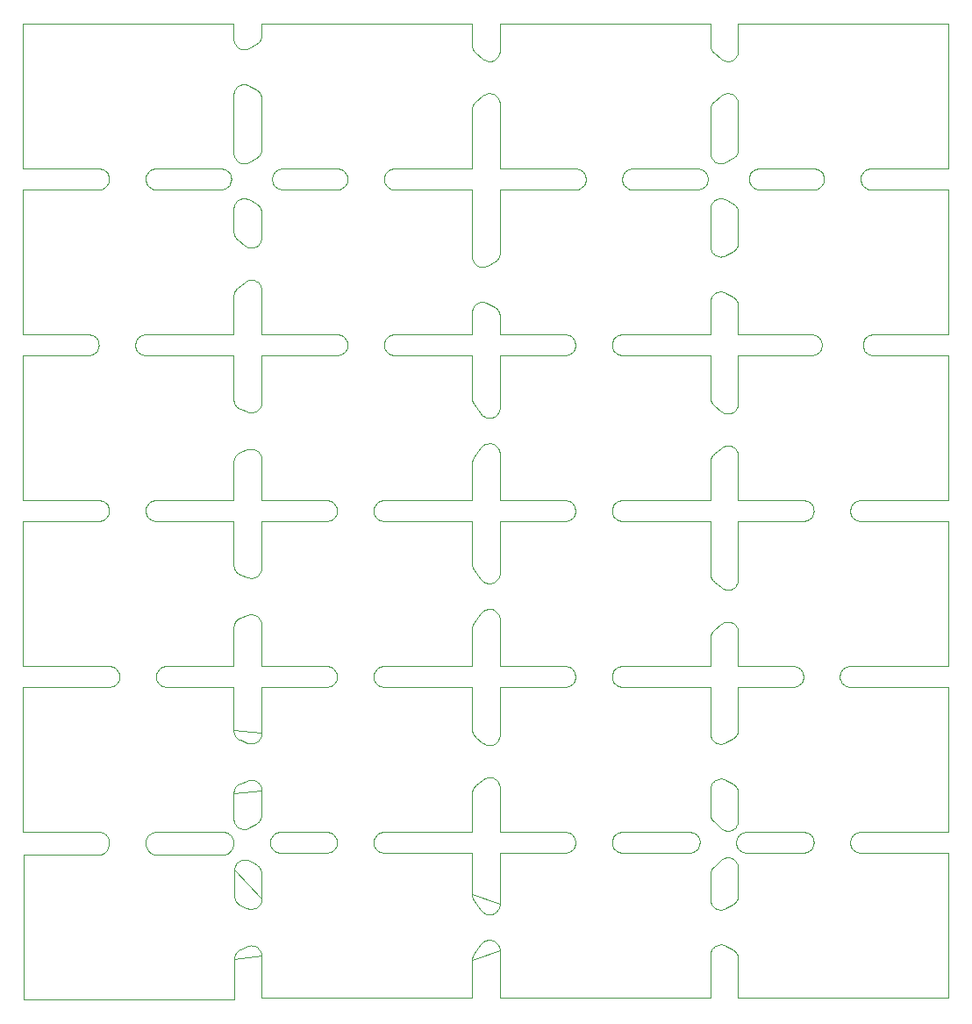
<source format=gko>
%MOIN*%
%OFA0B0*%
%FSLAX36Y36*%
%IPPOS*%
%LPD*%
%ADD10C,0*%
D10*
X002714173Y002635479D02*
X002714173Y002635479D01*
X002714173Y002526377D01*
X002992974Y002526377D01*
X002998586Y002525975D01*
X003004083Y002524778D01*
X003009353Y002522809D01*
X003014288Y002520109D01*
X003018788Y002516733D01*
X003022762Y002512750D01*
X003026127Y002508242D01*
X003028815Y002503300D01*
X003030771Y002498025D01*
X003031956Y002492526D01*
X003032344Y002486913D01*
X003031929Y002481303D01*
X003030718Y002475809D01*
X003028737Y002470544D01*
X003026025Y002465615D01*
X003022639Y002461122D01*
X003018646Y002457158D01*
X003014130Y002453804D01*
X003009181Y002451128D01*
X003003902Y002449184D01*
X002999814Y002448003D01*
X002999281Y002447853D01*
X002998746Y002447711D01*
X002998209Y002447576D01*
X002997670Y002447449D01*
X002997130Y002447329D01*
X002996588Y002447217D01*
X002996044Y002447112D01*
X002995499Y002447015D01*
X002994952Y002446926D01*
X002994405Y002446845D01*
X002993856Y002446771D01*
X002993306Y002446705D01*
X002992756Y002446647D01*
X002992204Y002446596D01*
X002991652Y002446553D01*
X002991100Y002446518D01*
X002990547Y002446491D01*
X002989994Y002446472D01*
X002989440Y002446460D01*
X002988886Y002446456D01*
X002714173Y002446456D01*
X002714173Y002265546D01*
X002713920Y002261093D01*
X002713165Y002256697D01*
X002711918Y002252414D01*
X002710195Y002248301D01*
X002708017Y002244408D01*
X002705413Y002240787D01*
X002702416Y002237484D01*
X002699065Y002234540D01*
X002695402Y002231995D01*
X002691475Y002229880D01*
X002687334Y002228223D01*
X002683032Y002227045D01*
X002678625Y002226362D01*
X002674168Y002226181D01*
X002669720Y002226505D01*
X002665336Y002227331D01*
X002661075Y002228647D01*
X002656989Y002230436D01*
X002653132Y002232676D01*
X002649554Y002235338D01*
X002622782Y002257716D01*
X002621485Y002258848D01*
X002620240Y002260037D01*
X002619047Y002261278D01*
X002617910Y002262571D01*
X002616831Y002263912D01*
X002615811Y002265298D01*
X002614853Y002266729D01*
X002613958Y002268199D01*
X002613128Y002269708D01*
X002612365Y002271251D01*
X002611671Y002272826D01*
X002611045Y002274430D01*
X002610491Y002276059D01*
X002610008Y002277712D01*
X002609598Y002279384D01*
X002609262Y002281072D01*
X002608999Y002282773D01*
X002608811Y002284484D01*
X002608698Y002286202D01*
X002608661Y002287923D01*
X002608661Y002446456D01*
X002278507Y002446456D01*
X002277990Y002446460D01*
X002277474Y002446470D01*
X002276957Y002446487D01*
X002276441Y002446510D01*
X002275925Y002446541D01*
X002275410Y002446578D01*
X002274895Y002446622D01*
X002274381Y002446673D01*
X002273867Y002446731D01*
X002273355Y002446795D01*
X002272843Y002446866D01*
X002272332Y002446943D01*
X002271822Y002447028D01*
X002271314Y002447119D01*
X002270806Y002447217D01*
X002270300Y002447321D01*
X002269795Y002447432D01*
X002269292Y002447550D01*
X002268791Y002447674D01*
X002268291Y002447805D01*
X002263895Y002448986D01*
X002258546Y002450845D01*
X002253520Y002453452D01*
X002248919Y002456753D01*
X002244839Y002460680D01*
X002241365Y002465152D01*
X002238568Y002470075D01*
X002236507Y002475349D01*
X002235224Y002480865D01*
X002234745Y002486507D01*
X002235080Y002492160D01*
X002236223Y002497706D01*
X002238150Y002503031D01*
X002240820Y002508024D01*
X002244180Y002512582D01*
X002248158Y002516612D01*
X002252674Y002520029D01*
X002257633Y002522763D01*
X002262932Y002524757D01*
X002268464Y002525970D01*
X002274112Y002526377D01*
X002608661Y002526377D01*
X002608661Y002650173D01*
X002608872Y002654246D01*
X002609504Y002658275D01*
X002610548Y002662218D01*
X002611996Y002666031D01*
X002613830Y002669674D01*
X002616030Y002673107D01*
X002618575Y002676295D01*
X002621435Y002679202D01*
X002624581Y002681798D01*
X002627978Y002684054D01*
X002631591Y002685946D01*
X002635380Y002687455D01*
X002639305Y002688564D01*
X002643323Y002689261D01*
X002647392Y002689538D01*
X002651468Y002689393D01*
X002655507Y002688827D01*
X002659466Y002687846D01*
X002663302Y002686461D01*
X002666974Y002684686D01*
X002693746Y002669992D01*
X002695562Y002668931D01*
X002697320Y002667774D01*
X002699013Y002666525D01*
X002700636Y002665188D01*
X002702186Y002663766D01*
X002703658Y002662262D01*
X002705048Y002660683D01*
X002706351Y002659031D01*
X002707564Y002657313D01*
X002708683Y002655531D01*
X002709706Y002653693D01*
X002710629Y002651803D01*
X002711450Y002649866D01*
X002712166Y002647888D01*
X002712776Y002645874D01*
X002713277Y002643831D01*
X002713668Y002641764D01*
X002713948Y002639679D01*
X002714117Y002637582D01*
X002714173Y002635479D01*
X002608661Y001618632D02*
X002608661Y001618632D01*
X002608661Y001816535D01*
X002278507Y001816535D01*
X002277990Y001816538D01*
X002277474Y001816548D01*
X002276957Y001816565D01*
X002276441Y001816589D01*
X002275925Y001816620D01*
X002275410Y001816657D01*
X002274895Y001816701D01*
X002274381Y001816752D01*
X002273867Y001816809D01*
X002273355Y001816874D01*
X002272843Y001816945D01*
X002272332Y001817022D01*
X002271822Y001817107D01*
X002271314Y001817198D01*
X002270806Y001817295D01*
X002270300Y001817400D01*
X002269795Y001817511D01*
X002269292Y001817628D01*
X002268791Y001817753D01*
X002268291Y001817884D01*
X002263895Y001819065D01*
X002258546Y001820923D01*
X002253520Y001823530D01*
X002248919Y001826832D01*
X002244839Y001830759D01*
X002241365Y001835230D01*
X002238568Y001840154D01*
X002236507Y001845428D01*
X002235224Y001850943D01*
X002234745Y001856586D01*
X002235080Y001862238D01*
X002236223Y001867785D01*
X002238150Y001873109D01*
X002240820Y001878103D01*
X002244180Y001882661D01*
X002248158Y001886691D01*
X002252674Y001890108D01*
X002257633Y001892841D01*
X002262932Y001894836D01*
X002268464Y001896049D01*
X002274112Y001896456D01*
X002608661Y001896456D01*
X002608661Y002042784D01*
X002608698Y002044506D01*
X002608811Y002046223D01*
X002608999Y002047934D01*
X002609262Y002049636D01*
X002609598Y002051324D01*
X002610008Y002052996D01*
X002610491Y002054648D01*
X002611045Y002056278D01*
X002611671Y002057882D01*
X002612365Y002059457D01*
X002613128Y002061000D01*
X002613958Y002062508D01*
X002614853Y002063979D01*
X002615811Y002065409D01*
X002616831Y002066796D01*
X002617910Y002068137D01*
X002619047Y002069430D01*
X002620240Y002070671D01*
X002621485Y002071859D01*
X002622782Y002072992D01*
X002649554Y002095369D01*
X002653132Y002098031D01*
X002656989Y002100271D01*
X002661075Y002102061D01*
X002665336Y002103377D01*
X002669720Y002104202D01*
X002674168Y002104527D01*
X002678625Y002104346D01*
X002683032Y002103662D01*
X002687334Y002102484D01*
X002691475Y002100827D01*
X002695402Y002098713D01*
X002699065Y002096167D01*
X002702416Y002093224D01*
X002705413Y002089921D01*
X002708017Y002086300D01*
X002710195Y002082407D01*
X002711918Y002078293D01*
X002713165Y002074011D01*
X002713920Y002069615D01*
X002714173Y002065162D01*
X002714173Y001896456D01*
X002962108Y001896456D01*
X002967756Y001896049D01*
X002973287Y001894836D01*
X002978587Y001892841D01*
X002983546Y001890108D01*
X002988061Y001886691D01*
X002992040Y001882661D01*
X002995399Y001878103D01*
X002998070Y001873109D01*
X002999997Y001867785D01*
X003001139Y001862238D01*
X003001475Y001856586D01*
X003000996Y001850943D01*
X002999712Y001845428D01*
X002997651Y001840154D01*
X002994854Y001835230D01*
X002991380Y001830759D01*
X002987301Y001826832D01*
X002982700Y001823530D01*
X002977673Y001820923D01*
X002972324Y001819065D01*
X002967929Y001817884D01*
X002967429Y001817753D01*
X002966927Y001817628D01*
X002966424Y001817511D01*
X002965919Y001817400D01*
X002965413Y001817295D01*
X002964906Y001817198D01*
X002964397Y001817107D01*
X002963888Y001817022D01*
X002963377Y001816945D01*
X002962865Y001816874D01*
X002962352Y001816809D01*
X002961839Y001816752D01*
X002961324Y001816701D01*
X002960810Y001816657D01*
X002960294Y001816620D01*
X002959778Y001816589D01*
X002959262Y001816565D01*
X002958746Y001816548D01*
X002958229Y001816538D01*
X002957712Y001816535D01*
X002714173Y001816535D01*
X002714173Y001596254D01*
X002713920Y001591801D01*
X002713165Y001587405D01*
X002711918Y001583123D01*
X002710195Y001579009D01*
X002708017Y001575117D01*
X002705413Y001571496D01*
X002702416Y001568192D01*
X002699065Y001565249D01*
X002695402Y001562704D01*
X002691475Y001560589D01*
X002687334Y001558932D01*
X002683032Y001557754D01*
X002678625Y001557070D01*
X002674168Y001556890D01*
X002669720Y001557214D01*
X002665336Y001558039D01*
X002661075Y001559355D01*
X002656989Y001561145D01*
X002653132Y001563385D01*
X002649554Y001566047D01*
X002622782Y001588424D01*
X002621485Y001589557D01*
X002620240Y001590745D01*
X002619047Y001591987D01*
X002617910Y001593279D01*
X002616831Y001594620D01*
X002615811Y001596007D01*
X002614853Y001597437D01*
X002613958Y001598908D01*
X002613128Y001600416D01*
X002612365Y001601959D01*
X002611671Y001603534D01*
X002611045Y001605138D01*
X002610491Y001606768D01*
X002610008Y001608420D01*
X002609598Y001610092D01*
X002609262Y001611781D01*
X002608999Y001613482D01*
X002608811Y001615193D01*
X002608698Y001616911D01*
X002608661Y001618632D01*
X000983403Y003156299D02*
X000983403Y003156299D01*
X001190454Y003156299D01*
X001196102Y003155891D01*
X001201633Y003154678D01*
X001206933Y003152684D01*
X001211892Y003149950D01*
X001216408Y003146533D01*
X001220386Y003142504D01*
X001223746Y003137945D01*
X001226416Y003132952D01*
X001228343Y003127627D01*
X001229486Y003122081D01*
X001229821Y003116428D01*
X001229342Y003110786D01*
X001228059Y003105271D01*
X001225998Y003099997D01*
X001223201Y003095073D01*
X001219727Y003090601D01*
X001215647Y003086674D01*
X001211046Y003083373D01*
X001206019Y003080766D01*
X001200671Y003078907D01*
X001196275Y003077726D01*
X001195775Y003077595D01*
X001195274Y003077471D01*
X001194771Y003077353D01*
X001194266Y003077242D01*
X001193760Y003077138D01*
X001193252Y003077040D01*
X001192744Y003076949D01*
X001192234Y003076865D01*
X001191723Y003076787D01*
X001191211Y003076716D01*
X001190699Y003076652D01*
X001190185Y003076594D01*
X001189671Y003076543D01*
X001189156Y003076499D01*
X001188641Y003076462D01*
X001188125Y003076432D01*
X001187609Y003076408D01*
X001187092Y003076391D01*
X001186576Y003076381D01*
X001186059Y003076377D01*
X000987491Y003076377D01*
X000986937Y003076381D01*
X000986383Y003076393D01*
X000985830Y003076412D01*
X000985277Y003076440D01*
X000984725Y003076475D01*
X000984173Y003076517D01*
X000983621Y003076568D01*
X000983071Y003076626D01*
X000982521Y003076692D01*
X000981972Y003076766D01*
X000981425Y003076848D01*
X000980878Y003076937D01*
X000980333Y003077034D01*
X000979789Y003077138D01*
X000979247Y003077250D01*
X000978707Y003077370D01*
X000978168Y003077497D01*
X000977631Y003077632D01*
X000977096Y003077774D01*
X000976563Y003077924D01*
X000972475Y003079105D01*
X000967196Y003081049D01*
X000962247Y003083725D01*
X000957731Y003087080D01*
X000953738Y003091043D01*
X000950352Y003095536D01*
X000947640Y003100465D01*
X000945659Y003105730D01*
X000944448Y003111224D01*
X000944033Y003116835D01*
X000944421Y003122447D01*
X000945606Y003127947D01*
X000947562Y003133221D01*
X000950250Y003138163D01*
X000953615Y003142672D01*
X000957588Y003146654D01*
X000962089Y003150030D01*
X000967024Y003152730D01*
X000972294Y003154699D01*
X000977791Y003155897D01*
X000983403Y003156299D01*
X001407970Y003156299D02*
X001407970Y003156299D01*
X001703149Y003156299D01*
X001703149Y003381367D01*
X001703187Y003383088D01*
X001703300Y003384806D01*
X001703487Y003386517D01*
X001703750Y003388218D01*
X001704086Y003389907D01*
X001704496Y003391579D01*
X001704979Y003393231D01*
X001705534Y003394861D01*
X001706159Y003396465D01*
X001706854Y003398040D01*
X001707617Y003399583D01*
X001708446Y003401091D01*
X001709341Y003402562D01*
X001710299Y003403992D01*
X001711319Y003405379D01*
X001712399Y003406720D01*
X001713536Y003408012D01*
X001714728Y003409254D01*
X001715974Y003410442D01*
X001717270Y003411575D01*
X001744042Y003433952D01*
X001747621Y003436614D01*
X001751477Y003438854D01*
X001755563Y003440644D01*
X001759825Y003441960D01*
X001764208Y003442785D01*
X001768656Y003443109D01*
X001773113Y003442929D01*
X001777520Y003442245D01*
X001781822Y003441067D01*
X001785963Y003439410D01*
X001789890Y003437295D01*
X001793553Y003434750D01*
X001796904Y003431807D01*
X001799901Y003428503D01*
X001802505Y003424882D01*
X001804683Y003420990D01*
X001806406Y003416876D01*
X001807654Y003412594D01*
X001808408Y003408198D01*
X001808661Y003403745D01*
X001808661Y003156299D01*
X002095966Y003156299D01*
X002101614Y003155891D01*
X002107145Y003154678D01*
X002112445Y003152684D01*
X002117404Y003149950D01*
X002121920Y003146533D01*
X002125898Y003142504D01*
X002129257Y003137945D01*
X002131928Y003132952D01*
X002133855Y003127627D01*
X002134998Y003122081D01*
X002135333Y003116428D01*
X002134854Y003110786D01*
X002133571Y003105271D01*
X002131509Y003099997D01*
X002128713Y003095073D01*
X002125239Y003090601D01*
X002121159Y003086674D01*
X002116558Y003083373D01*
X002111531Y003080766D01*
X002106182Y003078907D01*
X002101787Y003077726D01*
X002101287Y003077595D01*
X002100785Y003077471D01*
X002100282Y003077353D01*
X002099778Y003077242D01*
X002099272Y003077138D01*
X002098764Y003077040D01*
X002098256Y003076949D01*
X002097746Y003076865D01*
X002097235Y003076787D01*
X002096723Y003076716D01*
X002096210Y003076652D01*
X002095697Y003076594D01*
X002095183Y003076543D01*
X002094668Y003076499D01*
X002094152Y003076462D01*
X002093637Y003076432D01*
X002093120Y003076408D01*
X002092604Y003076391D01*
X002092087Y003076381D01*
X002091571Y003076377D01*
X001808661Y003076377D01*
X001808661Y002836961D01*
X001808605Y002834858D01*
X001808436Y002832761D01*
X001808156Y002830676D01*
X001807765Y002828609D01*
X001807264Y002826566D01*
X001806654Y002824552D01*
X001805938Y002822574D01*
X001805117Y002820637D01*
X001804194Y002818747D01*
X001803172Y002816909D01*
X001802052Y002815127D01*
X001800839Y002813409D01*
X001799536Y002811757D01*
X001798146Y002810177D01*
X001796675Y002808674D01*
X001795125Y002807252D01*
X001793501Y002805915D01*
X001791808Y002804666D01*
X001790051Y002803509D01*
X001788234Y002802448D01*
X001761462Y002787754D01*
X001757790Y002785979D01*
X001753954Y002784594D01*
X001749995Y002783613D01*
X001745957Y002783047D01*
X001741881Y002782902D01*
X001737812Y002783179D01*
X001733793Y002783876D01*
X001729868Y002784985D01*
X001726079Y002786493D01*
X001722467Y002788386D01*
X001719069Y002790642D01*
X001715923Y002793238D01*
X001713063Y002796145D01*
X001710519Y002799333D01*
X001708318Y002802766D01*
X001706484Y002806409D01*
X001705037Y002810222D01*
X001703992Y002814165D01*
X001703360Y002818194D01*
X001703149Y002822267D01*
X001703149Y003076377D01*
X001412365Y003076377D01*
X001411849Y003076381D01*
X001411332Y003076391D01*
X001410816Y003076408D01*
X001410299Y003076432D01*
X001409784Y003076462D01*
X001409268Y003076499D01*
X001408753Y003076543D01*
X001408239Y003076594D01*
X001407726Y003076652D01*
X001407213Y003076716D01*
X001406701Y003076787D01*
X001406190Y003076865D01*
X001405680Y003076949D01*
X001405172Y003077040D01*
X001404664Y003077138D01*
X001404158Y003077242D01*
X001403654Y003077353D01*
X001403151Y003077471D01*
X001402649Y003077595D01*
X001402149Y003077726D01*
X001397754Y003078907D01*
X001392405Y003080766D01*
X001387378Y003083373D01*
X001382777Y003086674D01*
X001378697Y003090601D01*
X001375223Y003095073D01*
X001372427Y003099997D01*
X001370365Y003105271D01*
X001369082Y003110786D01*
X001368603Y003116428D01*
X001368938Y003122081D01*
X001370081Y003127627D01*
X001372008Y003132952D01*
X001374679Y003137945D01*
X001378038Y003142504D01*
X001382016Y003146533D01*
X001386532Y003149950D01*
X001391491Y003152684D01*
X001396791Y003154678D01*
X001402322Y003155891D01*
X001407970Y003156299D01*
X001703149Y002286313D02*
X001703149Y002286313D01*
X001703149Y002446456D01*
X001412365Y002446456D01*
X001411849Y002446460D01*
X001411332Y002446470D01*
X001410816Y002446487D01*
X001410299Y002446510D01*
X001409784Y002446541D01*
X001409268Y002446578D01*
X001408753Y002446622D01*
X001408239Y002446673D01*
X001407726Y002446731D01*
X001407213Y002446795D01*
X001406701Y002446866D01*
X001406190Y002446943D01*
X001405680Y002447028D01*
X001405172Y002447119D01*
X001404664Y002447217D01*
X001404158Y002447321D01*
X001403654Y002447432D01*
X001403151Y002447550D01*
X001402649Y002447674D01*
X001402149Y002447805D01*
X001397754Y002448986D01*
X001392405Y002450845D01*
X001387378Y002453452D01*
X001382777Y002456753D01*
X001378697Y002460680D01*
X001375223Y002465152D01*
X001372427Y002470075D01*
X001370365Y002475349D01*
X001369082Y002480865D01*
X001368603Y002486507D01*
X001368938Y002492160D01*
X001370081Y002497706D01*
X001372008Y002503031D01*
X001374679Y002508024D01*
X001378038Y002512582D01*
X001382016Y002516612D01*
X001386532Y002520029D01*
X001391491Y002522763D01*
X001396791Y002524757D01*
X001402322Y002525970D01*
X001407970Y002526377D01*
X001703149Y002526377D01*
X001703149Y002610803D01*
X001703360Y002614876D01*
X001703992Y002618905D01*
X001705037Y002622848D01*
X001706484Y002626661D01*
X001708318Y002630303D01*
X001710519Y002633737D01*
X001713063Y002636925D01*
X001715923Y002639832D01*
X001719069Y002642427D01*
X001722467Y002644684D01*
X001726079Y002646576D01*
X001729868Y002648085D01*
X001733793Y002649194D01*
X001737812Y002649891D01*
X001741881Y002650168D01*
X001745957Y002650023D01*
X001749995Y002649457D01*
X001753954Y002648476D01*
X001757790Y002647091D01*
X001761462Y002645316D01*
X001788234Y002630622D01*
X001790051Y002629561D01*
X001791808Y002628404D01*
X001793501Y002627155D01*
X001795125Y002625818D01*
X001796675Y002624395D01*
X001798146Y002622892D01*
X001799536Y002621313D01*
X001800839Y002619661D01*
X001802052Y002617942D01*
X001803172Y002616161D01*
X001804194Y002614323D01*
X001805117Y002612433D01*
X001805938Y002610496D01*
X001806654Y002608517D01*
X001807264Y002606504D01*
X001807765Y002604461D01*
X001808156Y002602394D01*
X001808436Y002600309D01*
X001808605Y002598212D01*
X001808661Y002596109D01*
X001808661Y002526377D01*
X002056596Y002526377D01*
X002062244Y002525970D01*
X002067775Y002524757D01*
X002073075Y002522763D01*
X002078034Y002520029D01*
X002082549Y002516612D01*
X002086528Y002512582D01*
X002089887Y002508024D01*
X002092558Y002503031D01*
X002094485Y002497706D01*
X002095628Y002492160D01*
X002095963Y002486507D01*
X002095484Y002480865D01*
X002094201Y002475349D01*
X002092139Y002470075D01*
X002089343Y002465152D01*
X002085868Y002460680D01*
X002081789Y002456753D01*
X002077188Y002453452D01*
X002072161Y002450845D01*
X002066812Y002448986D01*
X002062417Y002447805D01*
X002061917Y002447674D01*
X002061415Y002447550D01*
X002060912Y002447432D01*
X002060408Y002447321D01*
X002059902Y002447217D01*
X002059394Y002447119D01*
X002058886Y002447028D01*
X002058376Y002446943D01*
X002057865Y002446866D01*
X002057353Y002446795D01*
X002056840Y002446731D01*
X002056327Y002446673D01*
X002055813Y002446622D01*
X002055298Y002446578D01*
X002054782Y002446541D01*
X002054267Y002446510D01*
X002053750Y002446487D01*
X002053234Y002446470D01*
X002052717Y002446460D01*
X002052201Y002446456D01*
X001808661Y002446456D01*
X001808661Y002248813D01*
X001808348Y002243862D01*
X001807416Y002238990D01*
X001805878Y002234274D01*
X001803760Y002229789D01*
X001801094Y002225606D01*
X001797923Y002221791D01*
X001794298Y002218405D01*
X001790276Y002215502D01*
X001785920Y002213127D01*
X001781301Y002211319D01*
X001776491Y002210107D01*
X001771567Y002209509D01*
X001766606Y002209534D01*
X001761689Y002210184D01*
X001756892Y002211446D01*
X001752291Y002213302D01*
X001747961Y002215722D01*
X001743969Y002218666D01*
X001740379Y002222090D01*
X001737248Y002225937D01*
X001710477Y002263437D01*
X001709783Y002264441D01*
X001709121Y002265467D01*
X001708491Y002266512D01*
X001707893Y002267576D01*
X001707329Y002268658D01*
X001706799Y002269757D01*
X001706303Y002270873D01*
X001705842Y002272003D01*
X001705416Y002273146D01*
X001705026Y002274303D01*
X001704671Y002275470D01*
X001704354Y002276649D01*
X001704072Y002277836D01*
X001703828Y002279032D01*
X001703621Y002280235D01*
X001703451Y002281443D01*
X001703319Y002282657D01*
X001703225Y002283873D01*
X001703168Y002285093D01*
X001703149Y002286313D01*
X001703149Y001657573D02*
X001703149Y001657573D01*
X001703149Y001816535D01*
X001372995Y001816535D01*
X001372478Y001816538D01*
X001371962Y001816548D01*
X001371445Y001816565D01*
X001370929Y001816589D01*
X001370413Y001816620D01*
X001369898Y001816657D01*
X001369383Y001816701D01*
X001368869Y001816752D01*
X001368355Y001816809D01*
X001367843Y001816874D01*
X001367331Y001816945D01*
X001366820Y001817022D01*
X001366310Y001817107D01*
X001365802Y001817198D01*
X001365294Y001817295D01*
X001364788Y001817400D01*
X001364284Y001817511D01*
X001363780Y001817628D01*
X001363279Y001817753D01*
X001362779Y001817884D01*
X001358383Y001819065D01*
X001353035Y001820923D01*
X001348008Y001823530D01*
X001343407Y001826832D01*
X001339327Y001830759D01*
X001335853Y001835230D01*
X001333057Y001840154D01*
X001330995Y001845428D01*
X001329712Y001850943D01*
X001329233Y001856586D01*
X001329568Y001862238D01*
X001330711Y001867785D01*
X001332638Y001873109D01*
X001335308Y001878103D01*
X001338668Y001882661D01*
X001342646Y001886691D01*
X001347162Y001890108D01*
X001352121Y001892841D01*
X001357421Y001894836D01*
X001362952Y001896049D01*
X001368600Y001896456D01*
X001703149Y001896456D01*
X001703149Y002036127D01*
X001703168Y002037347D01*
X001703225Y002038567D01*
X001703319Y002039783D01*
X001703451Y002040997D01*
X001703621Y002042205D01*
X001703828Y002043408D01*
X001704072Y002044604D01*
X001704354Y002045791D01*
X001704671Y002046970D01*
X001705026Y002048137D01*
X001705416Y002049294D01*
X001705842Y002050437D01*
X001706303Y002051567D01*
X001706799Y002052683D01*
X001707329Y002053782D01*
X001707893Y002054864D01*
X001708491Y002055928D01*
X001709121Y002056973D01*
X001709783Y002057999D01*
X001710477Y002059003D01*
X001737248Y002096503D01*
X001740379Y002100350D01*
X001743969Y002103774D01*
X001747961Y002106718D01*
X001752291Y002109138D01*
X001756892Y002110994D01*
X001761689Y002112256D01*
X001766606Y002112906D01*
X001771567Y002112931D01*
X001776491Y002112333D01*
X001781301Y002111121D01*
X001785920Y002109313D01*
X001790276Y002106938D01*
X001794298Y002104035D01*
X001797923Y002100649D01*
X001801094Y002096834D01*
X001803760Y002092651D01*
X001805878Y002088166D01*
X001807416Y002083450D01*
X001808348Y002078578D01*
X001808661Y002073627D01*
X001808661Y001896456D01*
X002056596Y001896456D01*
X002062244Y001896049D01*
X002067775Y001894836D01*
X002073075Y001892841D01*
X002078034Y001890108D01*
X002082549Y001886691D01*
X002086528Y001882661D01*
X002089887Y001878103D01*
X002092558Y001873109D01*
X002094485Y001867785D01*
X002095628Y001862238D01*
X002095963Y001856586D01*
X002095484Y001850943D01*
X002094201Y001845428D01*
X002092139Y001840154D01*
X002089343Y001835230D01*
X002085868Y001830759D01*
X002081789Y001826832D01*
X002077188Y001823530D01*
X002072161Y001820923D01*
X002066812Y001819065D01*
X002062417Y001817884D01*
X002061917Y001817753D01*
X002061415Y001817628D01*
X002060912Y001817511D01*
X002060408Y001817400D01*
X002059902Y001817295D01*
X002059394Y001817198D01*
X002058886Y001817107D01*
X002058376Y001817022D01*
X002057865Y001816945D01*
X002057353Y001816874D01*
X002056840Y001816809D01*
X002056327Y001816752D01*
X002055813Y001816701D01*
X002055298Y001816657D01*
X002054782Y001816620D01*
X002054267Y001816589D01*
X002053750Y001816565D01*
X002053234Y001816548D01*
X002052717Y001816538D01*
X002052201Y001816535D01*
X001808661Y001816535D01*
X001808661Y001620073D01*
X001808348Y001615122D01*
X001807416Y001610250D01*
X001805878Y001605534D01*
X001803760Y001601049D01*
X001801094Y001596865D01*
X001797923Y001593050D01*
X001794298Y001589665D01*
X001790276Y001586761D01*
X001785920Y001584387D01*
X001781301Y001582579D01*
X001776491Y001581367D01*
X001771567Y001580768D01*
X001766606Y001580794D01*
X001761689Y001581444D01*
X001756892Y001582706D01*
X001752291Y001584562D01*
X001747961Y001586981D01*
X001743969Y001589926D01*
X001740379Y001593350D01*
X001737248Y001597197D01*
X001710477Y001634697D01*
X001709783Y001635701D01*
X001709121Y001636726D01*
X001708491Y001637772D01*
X001707893Y001638836D01*
X001707329Y001639918D01*
X001706799Y001641017D01*
X001706303Y001642132D01*
X001705842Y001643262D01*
X001705416Y001644406D01*
X001705026Y001645562D01*
X001704671Y001646730D01*
X001704354Y001647909D01*
X001704072Y001649096D01*
X001703828Y001650292D01*
X001703621Y001651495D01*
X001703451Y001652703D01*
X001703319Y001653916D01*
X001703225Y001655133D01*
X001703168Y001656352D01*
X001703149Y001657573D01*
X002608661Y001011243D02*
X002608661Y001011243D01*
X002608661Y001186614D01*
X002278507Y001186614D01*
X002277990Y001186617D01*
X002277474Y001186627D01*
X002276957Y001186644D01*
X002276441Y001186668D01*
X002275925Y001186698D01*
X002275410Y001186736D01*
X002274895Y001186780D01*
X002274381Y001186830D01*
X002273867Y001186888D01*
X002273355Y001186952D01*
X002272843Y001187023D01*
X002272332Y001187101D01*
X002271822Y001187185D01*
X002271314Y001187276D01*
X002270806Y001187374D01*
X002270300Y001187479D01*
X002269795Y001187590D01*
X002269292Y001187707D01*
X002268791Y001187831D01*
X002268291Y001187962D01*
X002263895Y001189143D01*
X002258546Y001191002D01*
X002253520Y001193609D01*
X002248919Y001196910D01*
X002244839Y001200837D01*
X002241365Y001205309D01*
X002238568Y001210233D01*
X002236507Y001215507D01*
X002235224Y001221022D01*
X002234745Y001226665D01*
X002235080Y001232317D01*
X002236223Y001237863D01*
X002238150Y001243188D01*
X002240820Y001248181D01*
X002244180Y001252740D01*
X002248158Y001256769D01*
X002252674Y001260186D01*
X002257633Y001262920D01*
X002262932Y001264914D01*
X002268464Y001266128D01*
X002274112Y001266535D01*
X002608661Y001266535D01*
X002608661Y001373493D01*
X002608698Y001375214D01*
X002608811Y001376932D01*
X002608999Y001378643D01*
X002609262Y001380344D01*
X002609598Y001382033D01*
X002610008Y001383705D01*
X002610491Y001385357D01*
X002611045Y001386987D01*
X002611671Y001388591D01*
X002612365Y001390166D01*
X002613128Y001391709D01*
X002613958Y001393217D01*
X002614853Y001394688D01*
X002615811Y001396118D01*
X002616831Y001397505D01*
X002617910Y001398846D01*
X002619047Y001400138D01*
X002620240Y001401380D01*
X002621485Y001402568D01*
X002622782Y001403701D01*
X002649554Y001426078D01*
X002653132Y001428740D01*
X002656989Y001430980D01*
X002661075Y001432770D01*
X002665336Y001434086D01*
X002669720Y001434911D01*
X002674168Y001435235D01*
X002678625Y001435055D01*
X002683032Y001434371D01*
X002687334Y001433193D01*
X002691475Y001431536D01*
X002695402Y001429421D01*
X002699065Y001426876D01*
X002702416Y001423933D01*
X002705413Y001420629D01*
X002708017Y001417008D01*
X002710195Y001413116D01*
X002711918Y001409002D01*
X002713165Y001404720D01*
X002713920Y001400324D01*
X002714173Y001395870D01*
X002714173Y001266535D01*
X002922738Y001266535D01*
X002928386Y001266128D01*
X002933917Y001264914D01*
X002939217Y001262920D01*
X002944176Y001260186D01*
X002948691Y001256769D01*
X002952670Y001252740D01*
X002956029Y001248181D01*
X002958700Y001243188D01*
X002960626Y001237863D01*
X002961769Y001232317D01*
X002962105Y001226665D01*
X002961626Y001221022D01*
X002960342Y001215507D01*
X002958281Y001210233D01*
X002955484Y001205309D01*
X002952010Y001200837D01*
X002947931Y001196910D01*
X002943330Y001193609D01*
X002938303Y001191002D01*
X002932954Y001189143D01*
X002928559Y001187962D01*
X002928059Y001187831D01*
X002927557Y001187707D01*
X002927054Y001187590D01*
X002926549Y001187479D01*
X002926043Y001187374D01*
X002925536Y001187276D01*
X002925027Y001187185D01*
X002924517Y001187101D01*
X002924007Y001187023D01*
X002923495Y001186952D01*
X002922982Y001186888D01*
X002922469Y001186830D01*
X002921954Y001186780D01*
X002921440Y001186736D01*
X002920924Y001186698D01*
X002920408Y001186668D01*
X002919892Y001186644D01*
X002919376Y001186627D01*
X002918859Y001186617D01*
X002918342Y001186614D01*
X002714173Y001186614D01*
X002714173Y001025937D01*
X002714117Y001023834D01*
X002713948Y001021737D01*
X002713668Y001019652D01*
X002713277Y001017585D01*
X002712776Y001015542D01*
X002712166Y001013529D01*
X002711450Y001011551D01*
X002710629Y001009614D01*
X002709706Y001007723D01*
X002708683Y001005885D01*
X002707564Y001004104D01*
X002706351Y001002385D01*
X002705048Y001000733D01*
X002703658Y000999154D01*
X002702186Y000997651D01*
X002700636Y000996228D01*
X002699013Y000994891D01*
X002697320Y000993642D01*
X002695562Y000992485D01*
X002693746Y000991424D01*
X002666974Y000976730D01*
X002663302Y000974956D01*
X002659466Y000973570D01*
X002655507Y000972590D01*
X002651468Y000972023D01*
X002647392Y000971878D01*
X002643323Y000972156D01*
X002639305Y000972852D01*
X002635380Y000973961D01*
X002631591Y000975470D01*
X002627978Y000977363D01*
X002624581Y000979619D01*
X002621435Y000982214D01*
X002618575Y000985122D01*
X002616030Y000988309D01*
X002613830Y000991743D01*
X002611996Y000995386D01*
X002610548Y000999199D01*
X002609504Y001003141D01*
X002608872Y001007170D01*
X002608661Y001011243D01*
X001703149Y001028081D02*
X001703149Y001028081D01*
X001703149Y001186614D01*
X001372995Y001186614D01*
X001372478Y001186617D01*
X001371962Y001186627D01*
X001371445Y001186644D01*
X001370929Y001186668D01*
X001370413Y001186698D01*
X001369898Y001186736D01*
X001369383Y001186780D01*
X001368869Y001186830D01*
X001368355Y001186888D01*
X001367843Y001186952D01*
X001367331Y001187023D01*
X001366820Y001187101D01*
X001366310Y001187185D01*
X001365802Y001187276D01*
X001365294Y001187374D01*
X001364788Y001187479D01*
X001364284Y001187590D01*
X001363780Y001187707D01*
X001363279Y001187831D01*
X001362779Y001187962D01*
X001358383Y001189143D01*
X001353035Y001191002D01*
X001348008Y001193609D01*
X001343407Y001196910D01*
X001339327Y001200837D01*
X001335853Y001205309D01*
X001333057Y001210233D01*
X001330995Y001215507D01*
X001329712Y001221022D01*
X001329233Y001226665D01*
X001329568Y001232317D01*
X001330711Y001237863D01*
X001332638Y001243188D01*
X001335308Y001248181D01*
X001338668Y001252740D01*
X001342646Y001256769D01*
X001347162Y001260186D01*
X001352121Y001262920D01*
X001357421Y001264914D01*
X001362952Y001266128D01*
X001368600Y001266535D01*
X001703149Y001266535D01*
X001703149Y001407387D01*
X001703168Y001408607D01*
X001703225Y001409826D01*
X001703319Y001411043D01*
X001703451Y001412256D01*
X001703621Y001413465D01*
X001703828Y001414668D01*
X001704072Y001415863D01*
X001704354Y001417051D01*
X001704671Y001418229D01*
X001705026Y001419397D01*
X001705416Y001420554D01*
X001705842Y001421697D01*
X001706303Y001422827D01*
X001706799Y001423942D01*
X001707329Y001425042D01*
X001707893Y001426124D01*
X001708491Y001427188D01*
X001709121Y001428233D01*
X001709783Y001429258D01*
X001710477Y001430263D01*
X001737248Y001467762D01*
X001740379Y001471610D01*
X001743969Y001475033D01*
X001747961Y001477978D01*
X001752291Y001480398D01*
X001756892Y001482254D01*
X001761689Y001483516D01*
X001766606Y001484165D01*
X001771567Y001484191D01*
X001776491Y001483593D01*
X001781301Y001482380D01*
X001785920Y001480573D01*
X001790276Y001478198D01*
X001794298Y001475295D01*
X001797923Y001471909D01*
X001801094Y001468094D01*
X001803760Y001463911D01*
X001805878Y001459426D01*
X001807416Y001454710D01*
X001808348Y001449838D01*
X001808661Y001444887D01*
X001808661Y001266535D01*
X002056596Y001266535D01*
X002062244Y001266128D01*
X002067775Y001264914D01*
X002073075Y001262920D01*
X002078034Y001260186D01*
X002082549Y001256769D01*
X002086528Y001252740D01*
X002089887Y001248181D01*
X002092558Y001243188D01*
X002094485Y001237863D01*
X002095628Y001232317D01*
X002095963Y001226665D01*
X002095484Y001221022D01*
X002094201Y001215507D01*
X002092139Y001210233D01*
X002089343Y001205309D01*
X002085868Y001200837D01*
X002081789Y001196910D01*
X002077188Y001193609D01*
X002072161Y001191002D01*
X002066812Y001189143D01*
X002062417Y001187962D01*
X002061917Y001187831D01*
X002061415Y001187707D01*
X002060912Y001187590D01*
X002060408Y001187479D01*
X002059902Y001187374D01*
X002059394Y001187276D01*
X002058886Y001187185D01*
X002058376Y001187101D01*
X002057865Y001187023D01*
X002057353Y001186952D01*
X002056840Y001186888D01*
X002056327Y001186830D01*
X002055813Y001186780D01*
X002055298Y001186736D01*
X002054782Y001186698D01*
X002054267Y001186668D01*
X002053750Y001186644D01*
X002053234Y001186627D01*
X002052717Y001186617D01*
X002052201Y001186614D01*
X001808661Y001186614D01*
X001808661Y001005703D01*
X001808408Y001001250D01*
X001807654Y000996854D01*
X001806406Y000992572D01*
X001804683Y000988458D01*
X001802505Y000984566D01*
X001799901Y000980944D01*
X001796904Y000977641D01*
X001793553Y000974698D01*
X001789890Y000972152D01*
X001785963Y000970038D01*
X001781822Y000968381D01*
X001777520Y000967203D01*
X001773113Y000966519D01*
X001768656Y000966338D01*
X001764208Y000966663D01*
X001759825Y000967488D01*
X001755563Y000968804D01*
X001751477Y000970594D01*
X001747621Y000972834D01*
X001744042Y000975496D01*
X001717270Y000997873D01*
X001715974Y000999006D01*
X001714728Y001000194D01*
X001713536Y001001436D01*
X001712399Y001002728D01*
X001711319Y001004069D01*
X001710299Y001005456D01*
X001709341Y001006886D01*
X001708446Y001008357D01*
X001707617Y001009865D01*
X001706854Y001011408D01*
X001706159Y001012983D01*
X001705534Y001014587D01*
X001704979Y001016217D01*
X001704496Y001017869D01*
X001704086Y001019541D01*
X001703750Y001021229D01*
X001703487Y001022931D01*
X001703300Y001024642D01*
X001703187Y001026360D01*
X001703149Y001028081D01*
X000797637Y002280092D02*
X000797637Y002280092D01*
X000797637Y002446456D01*
X000467483Y002446456D01*
X000466967Y002446460D01*
X000466450Y002446470D01*
X000465934Y002446487D01*
X000465417Y002446510D01*
X000464902Y002446541D01*
X000464386Y002446578D01*
X000463871Y002446622D01*
X000463357Y002446673D01*
X000462844Y002446731D01*
X000462331Y002446795D01*
X000461819Y002446866D01*
X000461308Y002446943D01*
X000460799Y002447028D01*
X000460290Y002447119D01*
X000459782Y002447217D01*
X000459276Y002447321D01*
X000458772Y002447432D01*
X000458269Y002447550D01*
X000457767Y002447674D01*
X000457267Y002447805D01*
X000452872Y002448986D01*
X000447523Y002450845D01*
X000442496Y002453452D01*
X000437895Y002456753D01*
X000433816Y002460680D01*
X000430341Y002465152D01*
X000427545Y002470075D01*
X000425483Y002475349D01*
X000424200Y002480865D01*
X000423721Y002486507D01*
X000424056Y002492160D01*
X000425199Y002497706D01*
X000427126Y002503031D01*
X000429797Y002508024D01*
X000433156Y002512582D01*
X000437135Y002516612D01*
X000441650Y002520029D01*
X000446609Y002522763D01*
X000451909Y002524757D01*
X000457440Y002525970D01*
X000463088Y002526377D01*
X000797637Y002526377D01*
X000797637Y002672706D01*
X000797675Y002674427D01*
X000797788Y002676145D01*
X000797976Y002677856D01*
X000798238Y002679557D01*
X000798575Y002681245D01*
X000798985Y002682917D01*
X000799467Y002684570D01*
X000800022Y002686199D01*
X000800647Y002687803D01*
X000801342Y002689378D01*
X000802105Y002690921D01*
X000802934Y002692430D01*
X000803829Y002693900D01*
X000804787Y002695330D01*
X000805807Y002696717D01*
X000806887Y002698058D01*
X000808024Y002699351D01*
X000809216Y002700592D01*
X000810462Y002701781D01*
X000811758Y002702913D01*
X000838530Y002725290D01*
X000842109Y002727953D01*
X000845966Y002730193D01*
X000850051Y002731982D01*
X000854313Y002733298D01*
X000858696Y002734124D01*
X000863144Y002734448D01*
X000867601Y002734267D01*
X000872009Y002733583D01*
X000876310Y002732406D01*
X000880452Y002730749D01*
X000884379Y002728634D01*
X000888041Y002726089D01*
X000891393Y002723145D01*
X000894390Y002719842D01*
X000896994Y002716221D01*
X000899171Y002712328D01*
X000900895Y002708214D01*
X000902142Y002703932D01*
X000902896Y002699536D01*
X000903149Y002695083D01*
X000903149Y002526377D01*
X001190454Y002526377D01*
X001196102Y002525970D01*
X001201633Y002524757D01*
X001206933Y002522763D01*
X001211892Y002520029D01*
X001216408Y002516612D01*
X001220386Y002512582D01*
X001223746Y002508024D01*
X001226416Y002503031D01*
X001228343Y002497706D01*
X001229486Y002492160D01*
X001229821Y002486507D01*
X001229342Y002480865D01*
X001228059Y002475349D01*
X001225998Y002470075D01*
X001223201Y002465152D01*
X001219727Y002460680D01*
X001215647Y002456753D01*
X001211046Y002453452D01*
X001206019Y002450845D01*
X001200671Y002448986D01*
X001196275Y002447805D01*
X001195775Y002447674D01*
X001195274Y002447550D01*
X001194771Y002447432D01*
X001194266Y002447321D01*
X001193760Y002447217D01*
X001193252Y002447119D01*
X001192744Y002447028D01*
X001192234Y002446943D01*
X001191723Y002446866D01*
X001191211Y002446795D01*
X001190699Y002446731D01*
X001190185Y002446673D01*
X001189671Y002446622D01*
X001189156Y002446578D01*
X001188641Y002446541D01*
X001188125Y002446510D01*
X001187609Y002446487D01*
X001187092Y002446470D01*
X001186576Y002446460D01*
X001186059Y002446456D01*
X000903149Y002446456D01*
X000903149Y002269867D01*
X000902965Y002266063D01*
X000902414Y002262294D01*
X000901501Y002258596D01*
X000900236Y002255004D01*
X000898629Y002251551D01*
X000896696Y002248269D01*
X000894455Y002245189D01*
X000891927Y002242340D01*
X000889135Y002239749D01*
X000886106Y002237440D01*
X000882868Y002235434D01*
X000879452Y002233751D01*
X000875888Y002232406D01*
X000872212Y002231411D01*
X000868456Y002230776D01*
X000864657Y002230507D01*
X000860850Y002230606D01*
X000857070Y002231073D01*
X000853352Y002231903D01*
X000849733Y002233088D01*
X000822961Y002243312D01*
X000820770Y002244226D01*
X000818638Y002245269D01*
X000816573Y002246440D01*
X000814582Y002247732D01*
X000812673Y002249142D01*
X000810852Y002250665D01*
X000809126Y002252295D01*
X000807502Y002254025D01*
X000805985Y002255851D01*
X000804580Y002257764D01*
X000803294Y002259759D01*
X000802130Y002261828D01*
X000801093Y002263963D01*
X000800186Y002266156D01*
X000799413Y002268401D01*
X000798777Y002270687D01*
X000798280Y002273008D01*
X000797923Y002275355D01*
X000797709Y002277719D01*
X000797637Y002280092D01*
X000797637Y001651351D02*
X000797637Y001651351D01*
X000797637Y001816535D01*
X000506853Y001816535D01*
X000506337Y001816538D01*
X000505820Y001816548D01*
X000505304Y001816565D01*
X000504788Y001816589D01*
X000504272Y001816620D01*
X000503756Y001816657D01*
X000503241Y001816701D01*
X000502727Y001816752D01*
X000502214Y001816809D01*
X000501701Y001816874D01*
X000501189Y001816945D01*
X000500678Y001817022D01*
X000500169Y001817107D01*
X000499660Y001817198D01*
X000499153Y001817295D01*
X000498647Y001817400D01*
X000498142Y001817511D01*
X000497639Y001817628D01*
X000497137Y001817753D01*
X000496637Y001817884D01*
X000492242Y001819065D01*
X000486893Y001820923D01*
X000481866Y001823530D01*
X000477265Y001826832D01*
X000473186Y001830759D01*
X000469712Y001835230D01*
X000466915Y001840154D01*
X000464853Y001845428D01*
X000463570Y001850943D01*
X000463091Y001856586D01*
X000463427Y001862238D01*
X000464569Y001867785D01*
X000466496Y001873109D01*
X000469167Y001878103D01*
X000472526Y001882661D01*
X000476505Y001886691D01*
X000481020Y001890108D01*
X000485979Y001892841D01*
X000491279Y001894836D01*
X000496810Y001896049D01*
X000502458Y001896456D01*
X000797637Y001896456D01*
X000797637Y002042348D01*
X000797709Y002044721D01*
X000797923Y002047085D01*
X000798280Y002049432D01*
X000798777Y002051753D01*
X000799413Y002054039D01*
X000800186Y002056284D01*
X000801093Y002058477D01*
X000802130Y002060612D01*
X000803294Y002062681D01*
X000804580Y002064676D01*
X000805985Y002066589D01*
X000807502Y002068414D01*
X000809126Y002070145D01*
X000810852Y002071775D01*
X000812673Y002073298D01*
X000814582Y002074708D01*
X000816573Y002076000D01*
X000818638Y002077171D01*
X000820770Y002078214D01*
X000822961Y002079128D01*
X000849733Y002089352D01*
X000853352Y002090537D01*
X000857070Y002091367D01*
X000860850Y002091834D01*
X000864657Y002091933D01*
X000868456Y002091664D01*
X000872212Y002091029D01*
X000875888Y002090034D01*
X000879452Y002088689D01*
X000882868Y002087005D01*
X000886106Y002085000D01*
X000889135Y002082691D01*
X000891927Y002080099D01*
X000894455Y002077251D01*
X000896696Y002074171D01*
X000898629Y002070889D01*
X000900236Y002067436D01*
X000901501Y002063844D01*
X000902414Y002060146D01*
X000902965Y002056377D01*
X000903149Y002052573D01*
X000903149Y001896456D01*
X001151084Y001896456D01*
X001156732Y001896049D01*
X001162263Y001894836D01*
X001167563Y001892841D01*
X001172522Y001890108D01*
X001177038Y001886691D01*
X001181016Y001882661D01*
X001184376Y001878103D01*
X001187046Y001873109D01*
X001188973Y001867785D01*
X001190116Y001862238D01*
X001190451Y001856586D01*
X001189972Y001850943D01*
X001188689Y001845428D01*
X001186627Y001840154D01*
X001183831Y001835230D01*
X001180357Y001830759D01*
X001176277Y001826832D01*
X001171676Y001823530D01*
X001166649Y001820923D01*
X001161301Y001819065D01*
X001156905Y001817884D01*
X001156405Y001817753D01*
X001155904Y001817628D01*
X001155400Y001817511D01*
X001154896Y001817400D01*
X001154390Y001817295D01*
X001153882Y001817198D01*
X001153374Y001817107D01*
X001152864Y001817022D01*
X001152353Y001816945D01*
X001151841Y001816874D01*
X001151329Y001816809D01*
X001150815Y001816752D01*
X001150301Y001816701D01*
X001149786Y001816657D01*
X001149271Y001816620D01*
X001148755Y001816589D01*
X001148239Y001816565D01*
X001147722Y001816548D01*
X001147206Y001816538D01*
X001146689Y001816535D01*
X000903149Y001816535D01*
X000903149Y001641127D01*
X000902965Y001637323D01*
X000902414Y001633554D01*
X000901501Y001629856D01*
X000900236Y001626264D01*
X000898629Y001622811D01*
X000896696Y001619529D01*
X000894455Y001616449D01*
X000891927Y001613600D01*
X000889135Y001611009D01*
X000886106Y001608700D01*
X000882868Y001606694D01*
X000879452Y001605011D01*
X000875888Y001603665D01*
X000872212Y001602671D01*
X000868456Y001602036D01*
X000864657Y001601767D01*
X000860850Y001601866D01*
X000857070Y001602333D01*
X000853352Y001603163D01*
X000849733Y001604348D01*
X000822961Y001614572D01*
X000820770Y001615486D01*
X000818638Y001616529D01*
X000816573Y001617699D01*
X000814582Y001618992D01*
X000812673Y001620402D01*
X000810852Y001621925D01*
X000809126Y001623555D01*
X000807502Y001625285D01*
X000805985Y001627111D01*
X000804580Y001629024D01*
X000803294Y001631019D01*
X000802130Y001633088D01*
X000801093Y001635223D01*
X000800186Y001637416D01*
X000799413Y001639660D01*
X000798777Y001641947D01*
X000798280Y001644268D01*
X000797923Y001646615D01*
X000797709Y001648979D01*
X000797637Y001651351D01*
X001703149Y000400092D02*
X001703149Y000400092D01*
X001703149Y000556692D01*
X001372995Y000556692D01*
X001372478Y000556696D01*
X001371962Y000556706D01*
X001371445Y000556723D01*
X001370929Y000556747D01*
X001370413Y000556777D01*
X001369898Y000556814D01*
X001369383Y000556858D01*
X001368869Y000556909D01*
X001368355Y000556967D01*
X001367843Y000557031D01*
X001367331Y000557102D01*
X001366820Y000557180D01*
X001366310Y000557264D01*
X001365802Y000557355D01*
X001365294Y000557453D01*
X001364788Y000557557D01*
X001364284Y000557668D01*
X001363780Y000557786D01*
X001363279Y000557910D01*
X001362779Y000558041D01*
X001358383Y000559222D01*
X001353035Y000561081D01*
X001348008Y000563688D01*
X001343407Y000566989D01*
X001339327Y000570916D01*
X001335853Y000575388D01*
X001333057Y000580312D01*
X001330995Y000585586D01*
X001329712Y000591101D01*
X001329233Y000596743D01*
X001329568Y000602396D01*
X001330711Y000607942D01*
X001332638Y000613267D01*
X001335308Y000618260D01*
X001338668Y000622819D01*
X001342646Y000626848D01*
X001347162Y000630265D01*
X001352121Y000632999D01*
X001357421Y000634993D01*
X001362952Y000636206D01*
X001368600Y000636614D01*
X001703149Y000636614D01*
X001703149Y000782942D01*
X001703187Y000784663D01*
X001703300Y000786381D01*
X001703487Y000788092D01*
X001703750Y000789793D01*
X001704086Y000791482D01*
X001704496Y000793153D01*
X001704979Y000794806D01*
X001705534Y000796436D01*
X001706159Y000798039D01*
X001706854Y000799614D01*
X001707617Y000801158D01*
X001708446Y000802666D01*
X001709341Y000804137D01*
X001710299Y000805567D01*
X001711319Y000806954D01*
X001712399Y000808295D01*
X001713536Y000809587D01*
X001714728Y000810829D01*
X001715974Y000812017D01*
X001717270Y000813149D01*
X001744042Y000835527D01*
X001747621Y000838189D01*
X001751477Y000840429D01*
X001755563Y000842218D01*
X001759825Y000843534D01*
X001764208Y000844360D01*
X001768656Y000844684D01*
X001773113Y000844503D01*
X001777520Y000843820D01*
X001781822Y000842642D01*
X001785963Y000840985D01*
X001789890Y000838870D01*
X001793553Y000836325D01*
X001796904Y000833382D01*
X001799901Y000830078D01*
X001802505Y000826457D01*
X001804683Y000822565D01*
X001806406Y000818451D01*
X001807654Y000814168D01*
X001808408Y000809772D01*
X001808661Y000805319D01*
X001808661Y000636614D01*
X002056596Y000636614D01*
X002062244Y000636206D01*
X002067775Y000634993D01*
X002073075Y000632999D01*
X002078034Y000630265D01*
X002082549Y000626848D01*
X002086528Y000622819D01*
X002089887Y000618260D01*
X002092558Y000613267D01*
X002094485Y000607942D01*
X002095628Y000602396D01*
X002095963Y000596743D01*
X002095484Y000591101D01*
X002094201Y000585586D01*
X002092139Y000580312D01*
X002089343Y000575388D01*
X002085868Y000570916D01*
X002081789Y000566989D01*
X002077188Y000563688D01*
X002072161Y000561081D01*
X002066812Y000559222D01*
X002062417Y000558041D01*
X002061917Y000557910D01*
X002061415Y000557786D01*
X002060912Y000557668D01*
X002060408Y000557557D01*
X002059902Y000557453D01*
X002059394Y000557355D01*
X002058886Y000557264D01*
X002058376Y000557180D01*
X002057865Y000557102D01*
X002057353Y000557031D01*
X002056840Y000556967D01*
X002056327Y000556909D01*
X002055813Y000556858D01*
X002055298Y000556814D01*
X002054782Y000556777D01*
X002054267Y000556747D01*
X002053750Y000556723D01*
X002053234Y000556706D01*
X002052717Y000556696D01*
X002052201Y000556692D01*
X001808661Y000556692D01*
X001808661Y000362592D01*
X001808348Y000357642D01*
X001807416Y000352770D01*
X001805878Y000348054D01*
X001803760Y000343568D01*
X001801094Y000339385D01*
X001797923Y000335570D01*
X001794298Y000332184D01*
X001790276Y000329281D01*
X001785920Y000326907D01*
X001781301Y000325099D01*
X001776491Y000323886D01*
X001771567Y000323288D01*
X001766606Y000323314D01*
X001761689Y000323963D01*
X001756892Y000325226D01*
X001752291Y000327082D01*
X001747961Y000329501D01*
X001743969Y000332446D01*
X001740379Y000335869D01*
X001737248Y000339717D01*
X001710477Y000377217D01*
X001709783Y000378221D01*
X001709121Y000379246D01*
X001708491Y000380291D01*
X001707893Y000381356D01*
X001707329Y000382438D01*
X001706799Y000383537D01*
X001706303Y000384652D01*
X001705842Y000385782D01*
X001705416Y000386926D01*
X001705026Y000388082D01*
X001704671Y000389250D01*
X001704354Y000390428D01*
X001704072Y000391616D01*
X001703828Y000392812D01*
X001703621Y000394014D01*
X001703451Y000395223D01*
X001703319Y000396436D01*
X001703225Y000397653D01*
X001703168Y000398872D01*
X001703149Y000400092D01*
X000799999Y000155325D02*
X000903149Y000166352D01*
X000903149Y000006692D01*
X001703149Y000006692D01*
X001703149Y000149907D01*
X001703168Y000151127D01*
X001703225Y000152346D01*
X001703319Y000153563D01*
X001703451Y000154776D01*
X001703621Y000155985D01*
X001703828Y000157187D01*
X001704072Y000158383D01*
X001704354Y000159571D01*
X001704671Y000160749D01*
X001705026Y000161917D01*
X001705416Y000163073D01*
X001705842Y000164217D01*
X001706303Y000165347D01*
X001706799Y000166462D01*
X001707329Y000167561D01*
X001707893Y000168643D01*
X001708491Y000169708D01*
X001709121Y000170753D01*
X001709783Y000171778D01*
X001710477Y000172782D01*
X001737248Y000210282D01*
X001740379Y000214130D01*
X001743969Y000217553D01*
X001747961Y000220498D01*
X001752291Y000222917D01*
X001756892Y000224773D01*
X001761689Y000226036D01*
X001766606Y000226685D01*
X001771567Y000226711D01*
X001776491Y000226113D01*
X001781301Y000224900D01*
X001785920Y000223092D01*
X001790276Y000220718D01*
X001794298Y000217815D01*
X001797923Y000214429D01*
X001801094Y000210614D01*
X001803760Y000206431D01*
X001805878Y000201945D01*
X001807416Y000197229D01*
X001808348Y000192357D01*
X001808661Y000187407D01*
X001808661Y000006692D01*
X002608661Y000006692D01*
X002608661Y000169858D01*
X002608872Y000173931D01*
X002609504Y000177960D01*
X002610548Y000181903D01*
X002611996Y000185716D01*
X002613830Y000189359D01*
X002616030Y000192792D01*
X002618575Y000195980D01*
X002621435Y000198887D01*
X002624581Y000201483D01*
X002627978Y000203739D01*
X002631591Y000205632D01*
X002635380Y000207140D01*
X002639305Y000208249D01*
X002643323Y000208946D01*
X002647392Y000209223D01*
X002651468Y000209078D01*
X002655507Y000208512D01*
X002659466Y000207531D01*
X002663302Y000206146D01*
X002666974Y000204371D01*
X002693746Y000189677D01*
X002695562Y000188616D01*
X002697320Y000187459D01*
X002699013Y000186210D01*
X002700636Y000184873D01*
X002702186Y000183451D01*
X002703658Y000181947D01*
X002705048Y000180368D01*
X002706351Y000178716D01*
X002707564Y000176998D01*
X002708683Y000175216D01*
X002709706Y000173378D01*
X002710629Y000171488D01*
X002711450Y000169551D01*
X002712166Y000167573D01*
X002712776Y000165559D01*
X002713277Y000163516D01*
X002713668Y000161449D01*
X002713948Y000159364D01*
X002714117Y000157267D01*
X002714173Y000155164D01*
X002714173Y000006692D01*
X003514173Y000006692D01*
X003514173Y000556692D01*
X003184019Y000556692D01*
X003183502Y000556696D01*
X003182985Y000556706D01*
X003182469Y000556723D01*
X003181953Y000556747D01*
X003181437Y000556777D01*
X003180922Y000556814D01*
X003180407Y000556858D01*
X003179893Y000556909D01*
X003179379Y000556967D01*
X003178866Y000557031D01*
X003178355Y000557102D01*
X003177844Y000557180D01*
X003177334Y000557264D01*
X003176825Y000557355D01*
X003176318Y000557453D01*
X003175812Y000557557D01*
X003175307Y000557668D01*
X003174804Y000557786D01*
X003174302Y000557910D01*
X003173803Y000558041D01*
X003169407Y000559222D01*
X003164058Y000561081D01*
X003159031Y000563688D01*
X003154431Y000566989D01*
X003150351Y000570916D01*
X003146877Y000575388D01*
X003144080Y000580312D01*
X003142019Y000585586D01*
X003140735Y000591101D01*
X003140256Y000596743D01*
X003140592Y000602396D01*
X003141735Y000607942D01*
X003143661Y000613267D01*
X003146332Y000618260D01*
X003149691Y000622819D01*
X003153670Y000626848D01*
X003158185Y000630265D01*
X003163144Y000632999D01*
X003168444Y000634993D01*
X003173975Y000636206D01*
X003179623Y000636614D01*
X003514173Y000636614D01*
X003514173Y001186614D01*
X003144649Y001186614D01*
X003144132Y001186617D01*
X003143615Y001186627D01*
X003143099Y001186644D01*
X003142583Y001186668D01*
X003142067Y001186698D01*
X003141552Y001186736D01*
X003141037Y001186780D01*
X003140523Y001186830D01*
X003140009Y001186888D01*
X003139496Y001186952D01*
X003138984Y001187023D01*
X003138474Y001187101D01*
X003137964Y001187185D01*
X003137455Y001187276D01*
X003136948Y001187374D01*
X003136442Y001187479D01*
X003135937Y001187590D01*
X003135434Y001187707D01*
X003134932Y001187831D01*
X003134433Y001187962D01*
X003130037Y001189143D01*
X003124688Y001191002D01*
X003119661Y001193609D01*
X003115061Y001196910D01*
X003110981Y001200837D01*
X003107507Y001205309D01*
X003104710Y001210233D01*
X003102649Y001215507D01*
X003101365Y001221022D01*
X003100886Y001226665D01*
X003101222Y001232317D01*
X003102365Y001237863D01*
X003104291Y001243188D01*
X003106962Y001248181D01*
X003110321Y001252740D01*
X003114300Y001256769D01*
X003118815Y001260186D01*
X003123774Y001262920D01*
X003129074Y001264914D01*
X003134605Y001266128D01*
X003140253Y001266535D01*
X003514173Y001266535D01*
X003514173Y001816535D01*
X003184019Y001816535D01*
X003183502Y001816538D01*
X003182985Y001816548D01*
X003182469Y001816565D01*
X003181953Y001816589D01*
X003181437Y001816620D01*
X003180922Y001816657D01*
X003180407Y001816701D01*
X003179893Y001816752D01*
X003179379Y001816809D01*
X003178866Y001816874D01*
X003178355Y001816945D01*
X003177844Y001817022D01*
X003177334Y001817107D01*
X003176825Y001817198D01*
X003176318Y001817295D01*
X003175812Y001817400D01*
X003175307Y001817511D01*
X003174804Y001817628D01*
X003174302Y001817753D01*
X003173803Y001817884D01*
X003169407Y001819065D01*
X003164058Y001820923D01*
X003159031Y001823530D01*
X003154431Y001826832D01*
X003150351Y001830759D01*
X003146877Y001835230D01*
X003144080Y001840154D01*
X003142019Y001845428D01*
X003140735Y001850943D01*
X003140256Y001856586D01*
X003140592Y001862238D01*
X003141735Y001867785D01*
X003143661Y001873109D01*
X003146332Y001878103D01*
X003149691Y001882661D01*
X003153670Y001886691D01*
X003158185Y001890108D01*
X003163144Y001892841D01*
X003168444Y001894836D01*
X003173975Y001896049D01*
X003179623Y001896456D01*
X003514173Y001896456D01*
X003514173Y002446456D01*
X003231585Y002446456D01*
X003231031Y002446460D01*
X003230478Y002446472D01*
X003229925Y002446491D01*
X003229372Y002446518D01*
X003228819Y002446553D01*
X003228267Y002446596D01*
X003227716Y002446647D01*
X003227165Y002446705D01*
X003226615Y002446771D01*
X003226067Y002446845D01*
X003225519Y002446926D01*
X003224973Y002447015D01*
X003224427Y002447112D01*
X003223884Y002447217D01*
X003223342Y002447329D01*
X003222801Y002447449D01*
X003222262Y002447576D01*
X003221725Y002447711D01*
X003221190Y002447853D01*
X003220657Y002448003D01*
X003216569Y002449184D01*
X003211290Y002451128D01*
X003206342Y002453804D01*
X003201825Y002457158D01*
X003197833Y002461122D01*
X003194446Y002465615D01*
X003191735Y002470544D01*
X003189753Y002475809D01*
X003188543Y002481303D01*
X003188127Y002486913D01*
X003188516Y002492526D01*
X003189700Y002498025D01*
X003191657Y002503300D01*
X003194345Y002508242D01*
X003197710Y002512750D01*
X003201683Y002516733D01*
X003206183Y002520109D01*
X003211119Y002522809D01*
X003216389Y002524778D01*
X003221886Y002525975D01*
X003227497Y002526377D01*
X003514173Y002526377D01*
X003514173Y003076377D01*
X003223389Y003076377D01*
X003222872Y003076381D01*
X003222356Y003076391D01*
X003221839Y003076408D01*
X003221323Y003076432D01*
X003220807Y003076462D01*
X003220292Y003076499D01*
X003219777Y003076543D01*
X003219263Y003076594D01*
X003218749Y003076652D01*
X003218236Y003076716D01*
X003217725Y003076787D01*
X003217214Y003076865D01*
X003216704Y003076949D01*
X003216195Y003077040D01*
X003215688Y003077138D01*
X003215182Y003077242D01*
X003214677Y003077353D01*
X003214174Y003077471D01*
X003213673Y003077595D01*
X003213173Y003077726D01*
X003208777Y003078907D01*
X003203428Y003080766D01*
X003198402Y003083373D01*
X003193801Y003086674D01*
X003189721Y003090601D01*
X003186247Y003095073D01*
X003183450Y003099997D01*
X003181389Y003105271D01*
X003180105Y003110786D01*
X003179627Y003116428D01*
X003179962Y003122081D01*
X003181105Y003127627D01*
X003183032Y003132952D01*
X003185702Y003137945D01*
X003189062Y003142504D01*
X003193040Y003146533D01*
X003197556Y003149950D01*
X003202514Y003152684D01*
X003207814Y003154678D01*
X003213345Y003155891D01*
X003218993Y003156299D01*
X003514173Y003156299D01*
X003514173Y003706299D01*
X002714173Y003706299D01*
X002714173Y003604129D01*
X002713920Y003599675D01*
X002713165Y003595279D01*
X002711918Y003590997D01*
X002710195Y003586883D01*
X002708017Y003582991D01*
X002705413Y003579370D01*
X002702416Y003576066D01*
X002699065Y003573123D01*
X002695402Y003570578D01*
X002691475Y003568463D01*
X002687334Y003566806D01*
X002683032Y003565628D01*
X002678625Y003564944D01*
X002674168Y003564764D01*
X002669720Y003565088D01*
X002665336Y003565913D01*
X002661075Y003567229D01*
X002656989Y003569019D01*
X002653132Y003571259D01*
X002649554Y003573921D01*
X002622782Y003596298D01*
X002621485Y003597431D01*
X002620240Y003598619D01*
X002619047Y003599861D01*
X002617910Y003601153D01*
X002616831Y003602494D01*
X002615811Y003603881D01*
X002614853Y003605311D01*
X002613958Y003606782D01*
X002613128Y003608290D01*
X002612365Y003609833D01*
X002611671Y003611408D01*
X002611045Y003613012D01*
X002610491Y003614642D01*
X002610008Y003616294D01*
X002609598Y003617966D01*
X002609262Y003619655D01*
X002608999Y003621356D01*
X002608811Y003623067D01*
X002608698Y003624785D01*
X002608661Y003626506D01*
X002608661Y003706299D01*
X001808661Y003706299D01*
X001808661Y003604129D01*
X001808408Y003599675D01*
X001807654Y003595279D01*
X001806406Y003590997D01*
X001804683Y003586883D01*
X001802505Y003582991D01*
X001799901Y003579370D01*
X001796904Y003576066D01*
X001793553Y003573123D01*
X001789890Y003570578D01*
X001785963Y003568463D01*
X001781822Y003566806D01*
X001777520Y003565628D01*
X001773113Y003564944D01*
X001768656Y003564764D01*
X001764208Y003565088D01*
X001759825Y003565913D01*
X001755563Y003567229D01*
X001751477Y003569019D01*
X001747621Y003571259D01*
X001744042Y003573921D01*
X001717270Y003596298D01*
X001715974Y003597431D01*
X001714728Y003598619D01*
X001713536Y003599861D01*
X001712399Y003601153D01*
X001711319Y003602494D01*
X001710299Y003603881D01*
X001709341Y003605311D01*
X001708446Y003606782D01*
X001707617Y003608290D01*
X001706854Y003609833D01*
X001706159Y003611408D01*
X001705534Y003613012D01*
X001704979Y003614642D01*
X001704496Y003616294D01*
X001704086Y003617966D01*
X001703750Y003619655D01*
X001703487Y003621356D01*
X001703300Y003623067D01*
X001703187Y003624785D01*
X001703149Y003626506D01*
X001703149Y003706299D01*
X000903149Y003706299D01*
X000903149Y003663733D01*
X000903093Y003661630D01*
X000902924Y003659533D01*
X000902644Y003657448D01*
X000902253Y003655381D01*
X000901752Y003653338D01*
X000901143Y003651324D01*
X000900426Y003649346D01*
X000899606Y003647409D01*
X000898682Y003645519D01*
X000897660Y003643680D01*
X000896540Y003641899D01*
X000895327Y003640180D01*
X000894024Y003638529D01*
X000892635Y003636949D01*
X000891163Y003635446D01*
X000889613Y003634024D01*
X000887989Y003632686D01*
X000886296Y003631437D01*
X000884539Y003630281D01*
X000882722Y003629220D01*
X000855951Y003614525D01*
X000852278Y003612751D01*
X000848442Y003611366D01*
X000844484Y003610385D01*
X000840445Y003609819D01*
X000836369Y003609674D01*
X000832300Y003609951D01*
X000828281Y003610648D01*
X000824357Y003611756D01*
X000820567Y003613265D01*
X000816955Y003615158D01*
X000813557Y003617414D01*
X000810412Y003620010D01*
X000807551Y003622917D01*
X000805007Y003626104D01*
X000802806Y003629538D01*
X000800972Y003633181D01*
X000799525Y003636994D01*
X000798480Y003640936D01*
X000797848Y003644966D01*
X000797637Y003649038D01*
X000797637Y003706299D01*
X-000002362Y003706299D01*
X-000002362Y003156299D01*
X000284943Y003156299D01*
X000290591Y003155891D01*
X000296122Y003154678D01*
X000301422Y003152684D01*
X000306380Y003149950D01*
X000310896Y003146533D01*
X000314874Y003142504D01*
X000318234Y003137945D01*
X000320904Y003132952D01*
X000322831Y003127627D01*
X000323974Y003122081D01*
X000324309Y003116428D01*
X000323831Y003110786D01*
X000322547Y003105271D01*
X000320486Y003099997D01*
X000317689Y003095073D01*
X000314215Y003090601D01*
X000310135Y003086674D01*
X000305534Y003083373D01*
X000300508Y003080766D01*
X000295159Y003078907D01*
X000290763Y003077726D01*
X000290263Y003077595D01*
X000289762Y003077471D01*
X000289259Y003077353D01*
X000288754Y003077242D01*
X000288248Y003077138D01*
X000287741Y003077040D01*
X000287232Y003076949D01*
X000286722Y003076865D01*
X000286211Y003076787D01*
X000285700Y003076716D01*
X000285187Y003076652D01*
X000284673Y003076594D01*
X000284159Y003076543D01*
X000283644Y003076499D01*
X000283129Y003076462D01*
X000282613Y003076432D01*
X000282097Y003076408D01*
X000281580Y003076391D01*
X000281064Y003076381D01*
X000280547Y003076377D01*
X-000002362Y003076377D01*
X-000002362Y002526377D01*
X000245573Y002526377D01*
X000251220Y002525970D01*
X000256752Y002524757D01*
X000262051Y002522763D01*
X000267010Y002520029D01*
X000271526Y002516612D01*
X000275504Y002512582D01*
X000278864Y002508024D01*
X000281534Y002503031D01*
X000283461Y002497706D01*
X000284604Y002492160D01*
X000284939Y002486507D01*
X000284460Y002480865D01*
X000283177Y002475349D01*
X000281116Y002470075D01*
X000278319Y002465152D01*
X000274845Y002460680D01*
X000270765Y002456753D01*
X000266164Y002453452D01*
X000261138Y002450845D01*
X000255789Y002448986D01*
X000251393Y002447805D01*
X000250893Y002447674D01*
X000250392Y002447550D01*
X000249889Y002447432D01*
X000249384Y002447321D01*
X000248878Y002447217D01*
X000248371Y002447119D01*
X000247862Y002447028D01*
X000247352Y002446943D01*
X000246841Y002446866D01*
X000246329Y002446795D01*
X000245817Y002446731D01*
X000245303Y002446673D01*
X000244789Y002446622D01*
X000244274Y002446578D01*
X000243759Y002446541D01*
X000243243Y002446510D01*
X000242727Y002446487D01*
X000242210Y002446470D01*
X000241694Y002446460D01*
X000241177Y002446456D01*
X-000002362Y002446456D01*
X-000002362Y001896456D01*
X000284943Y001896456D01*
X000290591Y001896049D01*
X000296122Y001894836D01*
X000301422Y001892841D01*
X000306380Y001890108D01*
X000310896Y001886691D01*
X000314874Y001882661D01*
X000318234Y001878103D01*
X000320904Y001873109D01*
X000322831Y001867785D01*
X000323974Y001862238D01*
X000324309Y001856586D01*
X000323831Y001850943D01*
X000322547Y001845428D01*
X000320486Y001840154D01*
X000317689Y001835230D01*
X000314215Y001830759D01*
X000310135Y001826832D01*
X000305534Y001823530D01*
X000300508Y001820923D01*
X000295159Y001819065D01*
X000290763Y001817884D01*
X000290263Y001817753D01*
X000289762Y001817628D01*
X000289259Y001817511D01*
X000288754Y001817400D01*
X000288248Y001817295D01*
X000287741Y001817198D01*
X000287232Y001817107D01*
X000286722Y001817022D01*
X000286211Y001816945D01*
X000285700Y001816874D01*
X000285187Y001816809D01*
X000284673Y001816752D01*
X000284159Y001816701D01*
X000283644Y001816657D01*
X000283129Y001816620D01*
X000282613Y001816589D01*
X000282097Y001816565D01*
X000281580Y001816548D01*
X000281064Y001816538D01*
X000280547Y001816535D01*
X-000002362Y001816535D01*
X-000002362Y001266535D01*
X000324313Y001266535D01*
X000329961Y001266128D01*
X000335492Y001264914D01*
X000340792Y001262920D01*
X000345751Y001260186D01*
X000350266Y001256769D01*
X000354245Y001252740D01*
X000357604Y001248181D01*
X000360275Y001243188D01*
X000362201Y001237863D01*
X000363344Y001232317D01*
X000363680Y001226665D01*
X000363201Y001221022D01*
X000361917Y001215507D01*
X000359856Y001210233D01*
X000357059Y001205309D01*
X000353585Y001200837D01*
X000349505Y001196910D01*
X000344905Y001193609D01*
X000339878Y001191002D01*
X000334529Y001189143D01*
X000330133Y001187962D01*
X000329634Y001187831D01*
X000329132Y001187707D01*
X000328629Y001187590D01*
X000328124Y001187479D01*
X000327618Y001187374D01*
X000327111Y001187276D01*
X000326602Y001187185D01*
X000326092Y001187101D01*
X000325581Y001187023D01*
X000325070Y001186952D01*
X000324557Y001186888D01*
X000324043Y001186830D01*
X000323529Y001186780D01*
X000323014Y001186736D01*
X000322499Y001186698D01*
X000321983Y001186668D01*
X000321467Y001186644D01*
X000320951Y001186627D01*
X000320434Y001186617D01*
X000319917Y001186614D01*
X-000002362Y001186614D01*
X-000002362Y000636614D01*
X000284943Y000636614D01*
X000288560Y000636447D01*
X000292146Y000635949D01*
X000295672Y000635123D01*
X000299107Y000633978D01*
X000302422Y000632521D01*
X000305589Y000630766D01*
X000308581Y000628727D01*
X000311374Y000626422D01*
X000313943Y000623871D01*
X000316266Y000621094D01*
X000318325Y000618115D01*
X000320101Y000614960D01*
X000321580Y000611655D01*
X000322749Y000608228D01*
X000323599Y000604708D01*
X000324121Y000601125D01*
X000324312Y000597509D01*
X000324170Y000593891D01*
X000323696Y000590301D01*
X000322894Y000586770D01*
X000320721Y000578896D01*
X000319959Y000576450D01*
X000319041Y000574059D01*
X000317968Y000571733D01*
X000316747Y000569481D01*
X000315381Y000567314D01*
X000313878Y000565239D01*
X000312243Y000563268D01*
X000310483Y000561406D01*
X000308606Y000559663D01*
X000306620Y000558046D01*
X000304532Y000556561D01*
X000302353Y000555215D01*
X000300090Y000554014D01*
X000297754Y000552963D01*
X000295355Y000552065D01*
X000292902Y000551326D01*
X000290407Y000550747D01*
X000287879Y000550332D01*
X000285330Y000550083D01*
X000282770Y000549999D01*
X000000000Y000549999D01*
X000000000Y000000000D01*
X000799999Y000000000D01*
X000799999Y000155325D01*
X000799999Y000492697D02*
X000799999Y000394674D01*
X000799999Y000492697D01*
X000979294Y000556692D02*
X000979294Y000556692D01*
X000978778Y000556696D01*
X000978261Y000556706D01*
X000977745Y000556723D01*
X000977228Y000556747D01*
X000976713Y000556777D01*
X000976197Y000556814D01*
X000975682Y000556858D01*
X000975168Y000556909D01*
X000974655Y000556967D01*
X000974142Y000557031D01*
X000973630Y000557102D01*
X000973119Y000557180D01*
X000972610Y000557264D01*
X000972101Y000557355D01*
X000971594Y000557453D01*
X000971087Y000557557D01*
X000970583Y000557668D01*
X000970080Y000557786D01*
X000969578Y000557910D01*
X000969078Y000558041D01*
X000964683Y000559222D01*
X000959334Y000561081D01*
X000954307Y000563688D01*
X000949706Y000566989D01*
X000945627Y000570916D01*
X000942152Y000575388D01*
X000939356Y000580312D01*
X000937294Y000585586D01*
X000936011Y000591101D01*
X000935532Y000596743D01*
X000935867Y000602396D01*
X000937010Y000607942D01*
X000938937Y000613267D01*
X000941608Y000618260D01*
X000944967Y000622819D01*
X000948946Y000626848D01*
X000953461Y000630265D01*
X000958420Y000632999D01*
X000963720Y000634993D01*
X000969251Y000636206D01*
X000974899Y000636614D01*
X001151084Y000636614D01*
X001156732Y000636206D01*
X001162263Y000634993D01*
X001167563Y000632999D01*
X001172522Y000630265D01*
X001177038Y000626848D01*
X001181016Y000622819D01*
X001184376Y000618260D01*
X001187046Y000613267D01*
X001188973Y000607942D01*
X001190116Y000602396D01*
X001190451Y000596743D01*
X001189972Y000591101D01*
X001188689Y000585586D01*
X001186627Y000580312D01*
X001183831Y000575388D01*
X001180357Y000570916D01*
X001176277Y000566989D01*
X001171676Y000563688D01*
X001166649Y000561081D01*
X001161301Y000559222D01*
X001156905Y000558041D01*
X001156405Y000557910D01*
X001155904Y000557786D01*
X001155400Y000557668D01*
X001154896Y000557557D01*
X001154390Y000557453D01*
X001153882Y000557355D01*
X001153374Y000557264D01*
X001152864Y000557180D01*
X001152353Y000557102D01*
X001151841Y000557031D01*
X001151329Y000556967D01*
X001150815Y000556909D01*
X001150301Y000556858D01*
X001149786Y000556814D01*
X001149271Y000556777D01*
X001148755Y000556747D01*
X001148239Y000556723D01*
X001147722Y000556706D01*
X001147206Y000556696D01*
X001146689Y000556692D01*
X000979294Y000556692D01*
X000757384Y000636614D02*
X000757384Y000636614D01*
X000761001Y000636447D01*
X000764587Y000635949D01*
X000768113Y000635123D01*
X000771547Y000633978D01*
X000774862Y000632521D01*
X000778030Y000630766D01*
X000781022Y000628727D01*
X000783815Y000626422D01*
X000786384Y000623871D01*
X000788707Y000621094D01*
X000790766Y000618115D01*
X000792542Y000614960D01*
X000794021Y000611655D01*
X000795190Y000608228D01*
X000796040Y000604708D01*
X000796562Y000601125D01*
X000796753Y000597509D01*
X000796611Y000593891D01*
X000796137Y000590301D01*
X000795335Y000586770D01*
X000793162Y000578896D01*
X000792400Y000576450D01*
X000791482Y000574059D01*
X000790409Y000571733D01*
X000789188Y000569481D01*
X000787822Y000567314D01*
X000786319Y000565239D01*
X000784684Y000563268D01*
X000782924Y000561406D01*
X000781047Y000559663D01*
X000779061Y000558046D01*
X000776973Y000556561D01*
X000774793Y000555215D01*
X000772531Y000554014D01*
X000770195Y000552963D01*
X000767796Y000552065D01*
X000765343Y000551326D01*
X000762848Y000550747D01*
X000760320Y000550332D01*
X000757771Y000550083D01*
X000755210Y000549999D01*
X000504631Y000549999D01*
X000502071Y000550083D01*
X000499521Y000550332D01*
X000496994Y000550747D01*
X000494498Y000551326D01*
X000492046Y000552065D01*
X000489646Y000552963D01*
X000487311Y000554014D01*
X000485048Y000555215D01*
X000482868Y000556561D01*
X000480781Y000558046D01*
X000478794Y000559663D01*
X000476917Y000561406D01*
X000475158Y000563268D01*
X000473522Y000565239D01*
X000472019Y000567314D01*
X000470654Y000569481D01*
X000469432Y000571733D01*
X000468360Y000574059D01*
X000467441Y000576450D01*
X000466680Y000578896D01*
X000464507Y000586770D01*
X000463705Y000590301D01*
X000463231Y000593891D01*
X000463089Y000597509D01*
X000463280Y000601125D01*
X000463802Y000604708D01*
X000464651Y000608228D01*
X000465820Y000611655D01*
X000467299Y000614960D01*
X000469076Y000618115D01*
X000471134Y000621094D01*
X000473458Y000623871D01*
X000476027Y000626422D01*
X000478819Y000628727D01*
X000481812Y000630766D01*
X000484979Y000632521D01*
X000488294Y000633978D01*
X000491729Y000635123D01*
X000495254Y000635949D01*
X000498841Y000636447D01*
X000502458Y000636614D01*
X000757384Y000636614D01*
X002750948Y000556692D02*
X002750948Y000556692D01*
X002750431Y000556696D01*
X002749915Y000556706D01*
X002749398Y000556723D01*
X002748882Y000556747D01*
X002748366Y000556777D01*
X002747851Y000556814D01*
X002747336Y000556858D01*
X002746822Y000556909D01*
X002746308Y000556967D01*
X002745796Y000557031D01*
X002745284Y000557102D01*
X002744773Y000557180D01*
X002744263Y000557264D01*
X002743754Y000557355D01*
X002743247Y000557453D01*
X002742741Y000557557D01*
X002742236Y000557668D01*
X002741733Y000557786D01*
X002741232Y000557910D01*
X002740732Y000558041D01*
X002736336Y000559222D01*
X002730987Y000561081D01*
X002725961Y000563688D01*
X002721360Y000566989D01*
X002717280Y000570916D01*
X002713806Y000575388D01*
X002711009Y000580312D01*
X002708948Y000585586D01*
X002707665Y000591101D01*
X002707186Y000596743D01*
X002707521Y000602396D01*
X002708664Y000607942D01*
X002710591Y000613267D01*
X002713261Y000618260D01*
X002716621Y000622819D01*
X002720599Y000626848D01*
X002725115Y000630265D01*
X002730074Y000632999D01*
X002735373Y000634993D01*
X002740905Y000636206D01*
X002746552Y000636614D01*
X002962108Y000636614D01*
X002967756Y000636206D01*
X002973287Y000634993D01*
X002978587Y000632999D01*
X002983546Y000630265D01*
X002988061Y000626848D01*
X002992040Y000622819D01*
X002995399Y000618260D01*
X002998070Y000613267D01*
X002999997Y000607942D01*
X003001139Y000602396D01*
X003001475Y000596743D01*
X003000996Y000591101D01*
X002999712Y000585586D01*
X002997651Y000580312D01*
X002994854Y000575388D01*
X002991380Y000570916D01*
X002987301Y000566989D01*
X002982700Y000563688D01*
X002977673Y000561081D01*
X002972324Y000559222D01*
X002967929Y000558041D01*
X002967429Y000557910D01*
X002966927Y000557786D01*
X002966424Y000557668D01*
X002965919Y000557557D01*
X002965413Y000557453D01*
X002964906Y000557355D01*
X002964397Y000557264D01*
X002963888Y000557180D01*
X002963377Y000557102D01*
X002962865Y000557031D01*
X002962352Y000556967D01*
X002961839Y000556909D01*
X002961324Y000556858D01*
X002960810Y000556814D01*
X002960294Y000556777D01*
X002959778Y000556747D01*
X002959262Y000556723D01*
X002958746Y000556706D01*
X002958229Y000556696D01*
X002957712Y000556692D01*
X002750948Y000556692D01*
X002608661Y000476090D02*
X002608661Y000476090D01*
X002608695Y000477728D01*
X002608797Y000479363D01*
X002608967Y000480993D01*
X002609205Y000482614D01*
X002609510Y000484223D01*
X002609882Y000485819D01*
X002610320Y000487398D01*
X002610823Y000488957D01*
X002611390Y000490494D01*
X002612021Y000492006D01*
X002612715Y000493490D01*
X002613469Y000494944D01*
X002614284Y000496366D01*
X002615156Y000497753D01*
X002616086Y000499102D01*
X002617071Y000500411D01*
X002618110Y000501678D01*
X002619200Y000502900D01*
X002620341Y000504077D01*
X002621529Y000505204D01*
X002648301Y000529574D01*
X002651831Y000532433D01*
X002655668Y000534867D01*
X002659759Y000536842D01*
X002664051Y000538333D01*
X002668486Y000539319D01*
X002673005Y000539788D01*
X002677548Y000539734D01*
X002682054Y000539156D01*
X002686464Y000538063D01*
X002690718Y000536469D01*
X002694761Y000534396D01*
X002698538Y000531870D01*
X002701998Y000528927D01*
X002705097Y000525604D01*
X002707792Y000521947D01*
X002710048Y000518003D01*
X002711834Y000513826D01*
X002713128Y000509470D01*
X002713911Y000504995D01*
X002714173Y000500459D01*
X002714173Y000396016D01*
X002714117Y000393913D01*
X002713948Y000391816D01*
X002713668Y000389731D01*
X002713277Y000387664D01*
X002712776Y000385621D01*
X002712166Y000383608D01*
X002711450Y000381629D01*
X002710629Y000379692D01*
X002709706Y000377802D01*
X002708683Y000375964D01*
X002707564Y000374183D01*
X002706351Y000372464D01*
X002705048Y000370812D01*
X002703658Y000369233D01*
X002702186Y000367730D01*
X002700636Y000366307D01*
X002699013Y000364970D01*
X002697320Y000363721D01*
X002695562Y000362564D01*
X002693746Y000361503D01*
X002666974Y000346809D01*
X002663302Y000345034D01*
X002659466Y000343649D01*
X002655507Y000342668D01*
X002651468Y000342102D01*
X002647392Y000341957D01*
X002643323Y000342234D01*
X002639305Y000342931D01*
X002635380Y000344040D01*
X002631591Y000345549D01*
X002627978Y000347441D01*
X002624581Y000349698D01*
X002621435Y000352293D01*
X002618575Y000355200D01*
X002616030Y000358388D01*
X002613830Y000361822D01*
X002611996Y000365464D01*
X002610548Y000369277D01*
X002609504Y000373220D01*
X002608872Y000377249D01*
X002608661Y000381322D01*
X002608661Y000476090D01*
X002529037Y000636614D02*
X002529037Y000636614D01*
X002534685Y000636206D01*
X002540216Y000634993D01*
X002545516Y000632999D01*
X002550475Y000630265D01*
X002554990Y000626848D01*
X002558969Y000622819D01*
X002562328Y000618260D01*
X002564999Y000613267D01*
X002566926Y000607942D01*
X002568069Y000602396D01*
X002568404Y000596743D01*
X002567925Y000591101D01*
X002566642Y000585586D01*
X002564580Y000580312D01*
X002561784Y000575388D01*
X002558309Y000570916D01*
X002554230Y000566989D01*
X002549629Y000563688D01*
X002544602Y000561081D01*
X002539253Y000559222D01*
X002534858Y000558041D01*
X002534358Y000557910D01*
X002533856Y000557786D01*
X002533353Y000557668D01*
X002532849Y000557557D01*
X002532342Y000557453D01*
X002531835Y000557355D01*
X002531326Y000557264D01*
X002530817Y000557180D01*
X002530306Y000557102D01*
X002529794Y000557031D01*
X002529281Y000556967D01*
X002528768Y000556909D01*
X002528254Y000556858D01*
X002527739Y000556814D01*
X002527223Y000556777D01*
X002526708Y000556747D01*
X002526191Y000556723D01*
X002525675Y000556706D01*
X002525158Y000556696D01*
X002524642Y000556692D01*
X002278507Y000556692D01*
X002277990Y000556696D01*
X002277474Y000556706D01*
X002276957Y000556723D01*
X002276441Y000556747D01*
X002275925Y000556777D01*
X002275410Y000556814D01*
X002274895Y000556858D01*
X002274381Y000556909D01*
X002273867Y000556967D01*
X002273355Y000557031D01*
X002272843Y000557102D01*
X002272332Y000557180D01*
X002271822Y000557264D01*
X002271314Y000557355D01*
X002270806Y000557453D01*
X002270300Y000557557D01*
X002269795Y000557668D01*
X002269292Y000557786D01*
X002268791Y000557910D01*
X002268291Y000558041D01*
X002263895Y000559222D01*
X002258546Y000561081D01*
X002253520Y000563688D01*
X002248919Y000566989D01*
X002244839Y000570916D01*
X002241365Y000575388D01*
X002238568Y000580312D01*
X002236507Y000585586D01*
X002235224Y000591101D01*
X002234745Y000596743D01*
X002235080Y000602396D01*
X002236223Y000607942D01*
X002238150Y000613267D01*
X002240820Y000618260D01*
X002244180Y000622819D01*
X002248158Y000626848D01*
X002252674Y000630265D01*
X002257633Y000632999D01*
X002262932Y000634993D01*
X002268464Y000636206D01*
X002274112Y000636614D01*
X002529037Y000636614D01*
X002714173Y000680642D02*
X002714173Y000680642D01*
X002713911Y000676106D01*
X002713128Y000671631D01*
X002711834Y000667276D01*
X002710048Y000663098D01*
X002707792Y000659155D01*
X002705097Y000655497D01*
X002701998Y000652175D01*
X002698538Y000649231D01*
X002694761Y000646706D01*
X002690718Y000644632D01*
X002686464Y000643038D01*
X002682054Y000641945D01*
X002677548Y000641368D01*
X002673005Y000641313D01*
X002668486Y000641782D01*
X002664051Y000642768D01*
X002659759Y000644259D01*
X002655668Y000646235D01*
X002651831Y000648668D01*
X002648301Y000651527D01*
X002621529Y000675897D01*
X002620341Y000677025D01*
X002619200Y000678201D01*
X002618110Y000679424D01*
X002617071Y000680691D01*
X002616086Y000682000D01*
X002615156Y000683349D01*
X002614284Y000684735D01*
X002613469Y000686157D01*
X002612715Y000687611D01*
X002612021Y000689096D01*
X002611390Y000690608D01*
X002610823Y000692144D01*
X002610320Y000693704D01*
X002609882Y000695282D01*
X002609510Y000696878D01*
X002609205Y000698488D01*
X002608967Y000700109D01*
X002608797Y000701738D01*
X002608695Y000703373D01*
X002608661Y000705011D01*
X002608661Y000799779D01*
X002608872Y000803852D01*
X002609504Y000807882D01*
X002610548Y000811824D01*
X002611996Y000815637D01*
X002613830Y000819280D01*
X002616030Y000822713D01*
X002618575Y000825901D01*
X002621435Y000828808D01*
X002624581Y000831404D01*
X002627978Y000833660D01*
X002631591Y000835553D01*
X002635380Y000837062D01*
X002639305Y000838170D01*
X002643323Y000838867D01*
X002647392Y000839144D01*
X002651468Y000838999D01*
X002655507Y000838433D01*
X002659466Y000837452D01*
X002663302Y000836067D01*
X002666974Y000834293D01*
X002693746Y000819598D01*
X002695562Y000818537D01*
X002697320Y000817381D01*
X002699013Y000816132D01*
X002700636Y000814794D01*
X002702186Y000813372D01*
X002703658Y000811869D01*
X002705048Y000810289D01*
X002706351Y000808638D01*
X002707564Y000806919D01*
X002708683Y000805138D01*
X002709706Y000803299D01*
X002710629Y000801409D01*
X002711450Y000799472D01*
X002712166Y000797494D01*
X002712776Y000795480D01*
X002713277Y000793437D01*
X002713668Y000791370D01*
X002713948Y000789285D01*
X002714117Y000787188D01*
X002714173Y000785085D01*
X002714173Y000680642D01*
X000797637Y003004504D02*
X000797637Y003004504D01*
X000797848Y003008577D01*
X000798480Y003012606D01*
X000799525Y003016548D01*
X000800972Y003020361D01*
X000802806Y003024004D01*
X000805007Y003027438D01*
X000807551Y003030625D01*
X000810412Y003033533D01*
X000813557Y003036128D01*
X000816955Y003038384D01*
X000820567Y003040277D01*
X000824357Y003041786D01*
X000828281Y003042895D01*
X000832300Y003043591D01*
X000836369Y003043869D01*
X000840445Y003043724D01*
X000844484Y003043158D01*
X000848442Y003042177D01*
X000852278Y003040792D01*
X000855951Y003039017D01*
X000882722Y003024323D01*
X000884539Y003023262D01*
X000886296Y003022105D01*
X000887989Y003020856D01*
X000889613Y003019519D01*
X000891163Y003018096D01*
X000892635Y003016593D01*
X000894024Y003015014D01*
X000895327Y003013362D01*
X000896540Y003011643D01*
X000897660Y003009862D01*
X000898682Y003008024D01*
X000899606Y003006133D01*
X000900426Y003004196D01*
X000901143Y003002218D01*
X000901752Y003000205D01*
X000902253Y002998162D01*
X000902644Y002996095D01*
X000902924Y002994010D01*
X000903093Y002991913D01*
X000903149Y002989810D01*
X000903149Y002895467D01*
X000902896Y002891014D01*
X000902142Y002886618D01*
X000900895Y002882336D01*
X000899171Y002878222D01*
X000896994Y002874329D01*
X000894390Y002870708D01*
X000891393Y002867405D01*
X000888041Y002864462D01*
X000884379Y002861916D01*
X000880452Y002859802D01*
X000876310Y002858145D01*
X000872009Y002856967D01*
X000867601Y002856283D01*
X000863144Y002856102D01*
X000858696Y002856427D01*
X000854313Y002857252D01*
X000850051Y002858568D01*
X000845966Y002860357D01*
X000842109Y002862598D01*
X000838530Y002865260D01*
X000811758Y002887637D01*
X000810462Y002888770D01*
X000809216Y002889958D01*
X000808024Y002891199D01*
X000806887Y002892492D01*
X000805807Y002893833D01*
X000804787Y002895220D01*
X000803829Y002896650D01*
X000802934Y002898120D01*
X000802105Y002899629D01*
X000801342Y002901172D01*
X000800647Y002902747D01*
X000800022Y002904351D01*
X000799467Y002905981D01*
X000798985Y002907633D01*
X000798575Y002909305D01*
X000798238Y002910993D01*
X000797976Y002912694D01*
X000797788Y002914406D01*
X000797675Y002916123D01*
X000797637Y002917844D01*
X000797637Y003004504D01*
X000748880Y003156299D02*
X000748880Y003156299D01*
X000754491Y003155897D01*
X000759988Y003154699D01*
X000765258Y003152730D01*
X000770194Y003150030D01*
X000774694Y003146654D01*
X000778667Y003142672D01*
X000782032Y003138163D01*
X000784720Y003133221D01*
X000786677Y003127947D01*
X000787861Y003122447D01*
X000788250Y003116835D01*
X000787834Y003111224D01*
X000786624Y003105730D01*
X000784642Y003100465D01*
X000781931Y003095536D01*
X000778544Y003091043D01*
X000774552Y003087080D01*
X000770035Y003083725D01*
X000765087Y003081049D01*
X000759808Y003079105D01*
X000755720Y003077924D01*
X000755187Y003077774D01*
X000754652Y003077632D01*
X000754115Y003077497D01*
X000753576Y003077370D01*
X000753035Y003077250D01*
X000752493Y003077138D01*
X000751949Y003077034D01*
X000751404Y003076937D01*
X000750858Y003076848D01*
X000750310Y003076766D01*
X000749762Y003076692D01*
X000749212Y003076626D01*
X000748661Y003076568D01*
X000748110Y003076517D01*
X000747558Y003076475D01*
X000747005Y003076440D01*
X000746452Y003076412D01*
X000745899Y003076393D01*
X000745346Y003076381D01*
X000744792Y003076377D01*
X000506853Y003076377D01*
X000506337Y003076381D01*
X000505820Y003076391D01*
X000505304Y003076408D01*
X000504788Y003076432D01*
X000504272Y003076462D01*
X000503756Y003076499D01*
X000503241Y003076543D01*
X000502727Y003076594D01*
X000502214Y003076652D01*
X000501701Y003076716D01*
X000501189Y003076787D01*
X000500678Y003076865D01*
X000500169Y003076949D01*
X000499660Y003077040D01*
X000499153Y003077138D01*
X000498647Y003077242D01*
X000498142Y003077353D01*
X000497639Y003077471D01*
X000497137Y003077595D01*
X000496637Y003077726D01*
X000492242Y003078907D01*
X000486893Y003080766D01*
X000481866Y003083373D01*
X000477265Y003086674D01*
X000473186Y003090601D01*
X000469712Y003095073D01*
X000466915Y003099997D01*
X000464853Y003105271D01*
X000463570Y003110786D01*
X000463091Y003116428D01*
X000463427Y003122081D01*
X000464569Y003127627D01*
X000466496Y003132952D01*
X000469167Y003137945D01*
X000472526Y003142504D01*
X000476505Y003146533D01*
X000481020Y003149950D01*
X000485979Y003152684D01*
X000491279Y003154678D01*
X000496810Y003155891D01*
X000502458Y003156299D01*
X000748880Y003156299D01*
X000903149Y003230662D02*
X000903149Y003230662D01*
X000903093Y003228559D01*
X000902924Y003226462D01*
X000902644Y003224377D01*
X000902253Y003222310D01*
X000901752Y003220267D01*
X000901143Y003218253D01*
X000900426Y003216275D01*
X000899606Y003214338D01*
X000898682Y003212448D01*
X000897660Y003210609D01*
X000896540Y003208828D01*
X000895327Y003207109D01*
X000894024Y003205458D01*
X000892635Y003203878D01*
X000891163Y003202375D01*
X000889613Y003200953D01*
X000887989Y003199615D01*
X000886296Y003198366D01*
X000884539Y003197210D01*
X000882722Y003196149D01*
X000855951Y003181454D01*
X000852278Y003179680D01*
X000848442Y003178295D01*
X000844484Y003177314D01*
X000840445Y003176748D01*
X000836369Y003176603D01*
X000832300Y003176880D01*
X000828281Y003177577D01*
X000824357Y003178685D01*
X000820567Y003180194D01*
X000816955Y003182087D01*
X000813557Y003184343D01*
X000810412Y003186939D01*
X000807551Y003189846D01*
X000805007Y003193034D01*
X000802806Y003196467D01*
X000800972Y003200110D01*
X000799525Y003203923D01*
X000798480Y003207865D01*
X000797848Y003211895D01*
X000797637Y003215968D01*
X000797637Y003437575D01*
X000797848Y003441648D01*
X000798480Y003445677D01*
X000799525Y003449619D01*
X000800972Y003453432D01*
X000802806Y003457075D01*
X000805007Y003460509D01*
X000807551Y003463696D01*
X000810412Y003466603D01*
X000813557Y003469199D01*
X000816955Y003471455D01*
X000820567Y003473348D01*
X000824357Y003474857D01*
X000828281Y003475966D01*
X000832300Y003476662D01*
X000836369Y003476940D01*
X000840445Y003476794D01*
X000844484Y003476228D01*
X000848442Y003475248D01*
X000852278Y003473862D01*
X000855951Y003472088D01*
X000882722Y003457394D01*
X000884539Y003456332D01*
X000886296Y003455176D01*
X000887989Y003453927D01*
X000889613Y003452589D01*
X000891163Y003451167D01*
X000892635Y003449664D01*
X000894024Y003448084D01*
X000895327Y003446433D01*
X000896540Y003444714D01*
X000897660Y003442933D01*
X000898682Y003441095D01*
X000899606Y003439204D01*
X000900426Y003437267D01*
X000901143Y003435289D01*
X000901752Y003433276D01*
X000902253Y003431232D01*
X000902644Y003429165D01*
X000902924Y003427080D01*
X000903093Y003424983D01*
X000903149Y003422880D01*
X000903149Y003230662D01*
X001808661Y000187407D02*
X001703149Y000149907D01*
X001703168Y000151127D01*
X001703225Y000152346D01*
X001703319Y000153563D01*
X001703451Y000154776D01*
X001703621Y000155985D01*
X001703828Y000157187D01*
X001704072Y000158383D01*
X001704354Y000159571D01*
X001704671Y000160749D01*
X001705026Y000161917D01*
X001705416Y000163073D01*
X001705842Y000164217D01*
X001706303Y000165347D01*
X001706799Y000166462D01*
X001707329Y000167561D01*
X001707893Y000168643D01*
X001708491Y000169708D01*
X001709121Y000170753D01*
X001709783Y000171778D01*
X001710477Y000172782D01*
X001737248Y000210282D01*
X001740379Y000214130D01*
X001743969Y000217553D01*
X001747961Y000220498D01*
X001752291Y000222917D01*
X001756892Y000224773D01*
X001761689Y000226036D01*
X001766606Y000226685D01*
X001771567Y000226711D01*
X001776491Y000226113D01*
X001781301Y000224900D01*
X001785920Y000223092D01*
X001790276Y000220718D01*
X001794298Y000217815D01*
X001797923Y000214429D01*
X001801094Y000210614D01*
X001803760Y000206431D01*
X001805878Y000201945D01*
X001807416Y000197229D01*
X001808348Y000192357D01*
X001808661Y000187407D01*
X001703149Y000400092D02*
X001808661Y000362592D01*
X001808348Y000357642D01*
X001807416Y000352770D01*
X001805878Y000348054D01*
X001803760Y000343568D01*
X001801094Y000339385D01*
X001797923Y000335570D01*
X001794298Y000332184D01*
X001790276Y000329281D01*
X001785920Y000326907D01*
X001781301Y000325099D01*
X001776491Y000323886D01*
X001771567Y000323288D01*
X001766606Y000323314D01*
X001761689Y000323963D01*
X001756892Y000325226D01*
X001752291Y000327082D01*
X001747961Y000329501D01*
X001743969Y000332446D01*
X001740379Y000335869D01*
X001737248Y000339717D01*
X001710477Y000377217D01*
X001709783Y000378221D01*
X001709121Y000379246D01*
X001708491Y000380291D01*
X001707893Y000381356D01*
X001707329Y000382438D01*
X001706799Y000383537D01*
X001706303Y000384652D01*
X001705842Y000385782D01*
X001705416Y000386926D01*
X001705026Y000388082D01*
X001704671Y000389250D01*
X001704354Y000390428D01*
X001704072Y000391616D01*
X001703828Y000392812D01*
X001703621Y000394014D01*
X001703451Y000395223D01*
X001703319Y000396436D01*
X001703225Y000397653D01*
X001703168Y000398872D01*
X001703149Y000400092D01*
X000797637Y001022611D02*
X000903149Y001012387D01*
X000902965Y001008582D01*
X000902414Y001004814D01*
X000901501Y001001116D01*
X000900236Y000997524D01*
X000898629Y000994070D01*
X000896696Y000990789D01*
X000894455Y000987709D01*
X000891927Y000984860D01*
X000889135Y000982269D01*
X000886106Y000979960D01*
X000882868Y000977954D01*
X000879452Y000976271D01*
X000875888Y000974925D01*
X000872212Y000973930D01*
X000868456Y000973296D01*
X000864657Y000973027D01*
X000860850Y000973126D01*
X000857070Y000973593D01*
X000853352Y000974422D01*
X000849733Y000975608D01*
X000822961Y000985832D01*
X000820770Y000986745D01*
X000818638Y000987789D01*
X000816573Y000988959D01*
X000814582Y000990252D01*
X000812673Y000991662D01*
X000810852Y000993185D01*
X000809126Y000994814D01*
X000807502Y000996545D01*
X000805985Y000998371D01*
X000804580Y001000284D01*
X000803294Y001002279D01*
X000802130Y001004347D01*
X000801093Y001006482D01*
X000800186Y001008676D01*
X000799413Y001010920D01*
X000798777Y001013207D01*
X000798280Y001015528D01*
X000797923Y001017875D01*
X000797709Y001020239D01*
X000797637Y001022611D01*
X000797637Y001186614D01*
X000546224Y001186614D01*
X000545707Y001186617D01*
X000545190Y001186627D01*
X000544674Y001186644D01*
X000544158Y001186668D01*
X000543642Y001186698D01*
X000543126Y001186736D01*
X000542612Y001186780D01*
X000542097Y001186830D01*
X000541584Y001186888D01*
X000541071Y001186952D01*
X000540559Y001187023D01*
X000540048Y001187101D01*
X000539539Y001187185D01*
X000539030Y001187276D01*
X000538523Y001187374D01*
X000538017Y001187479D01*
X000537512Y001187590D01*
X000537009Y001187707D01*
X000536507Y001187831D01*
X000536007Y001187962D01*
X000531612Y001189143D01*
X000526263Y001191002D01*
X000521236Y001193609D01*
X000516635Y001196910D01*
X000512556Y001200837D01*
X000509082Y001205309D01*
X000506285Y001210233D01*
X000504224Y001215507D01*
X000502940Y001221022D01*
X000502461Y001226665D01*
X000502797Y001232317D01*
X000503939Y001237863D01*
X000505866Y001243188D01*
X000508537Y001248181D01*
X000511896Y001252740D01*
X000515875Y001256769D01*
X000520390Y001260186D01*
X000525349Y001262920D01*
X000530649Y001264914D01*
X000536180Y001266128D01*
X000541828Y001266535D01*
X000797637Y001266535D01*
X000797637Y001413608D01*
X000797709Y001415981D01*
X000797923Y001418345D01*
X000798280Y001420691D01*
X000798777Y001423012D01*
X000799413Y001425299D01*
X000800186Y001427543D01*
X000801093Y001429737D01*
X000802130Y001431872D01*
X000803294Y001433941D01*
X000804580Y001435935D01*
X000805985Y001437849D01*
X000807502Y001439674D01*
X000809126Y001441405D01*
X000810852Y001443035D01*
X000812673Y001444557D01*
X000814582Y001445968D01*
X000816573Y001447260D01*
X000818638Y001448430D01*
X000820770Y001449474D01*
X000822961Y001450387D01*
X000849733Y001460612D01*
X000853352Y001461797D01*
X000857070Y001462627D01*
X000860850Y001463094D01*
X000864657Y001463193D01*
X000868456Y001462924D01*
X000872212Y001462289D01*
X000875888Y001461294D01*
X000879452Y001459949D01*
X000882868Y001458265D01*
X000886106Y001456260D01*
X000889135Y001453950D01*
X000891927Y001451359D01*
X000894455Y001448511D01*
X000896696Y001445431D01*
X000898629Y001442149D01*
X000900236Y001438696D01*
X000901501Y001435104D01*
X000902414Y001431406D01*
X000902965Y001427637D01*
X000903149Y001423833D01*
X000903149Y001266535D01*
X001151084Y001266535D01*
X001156732Y001266128D01*
X001162263Y001264914D01*
X001167563Y001262920D01*
X001172522Y001260186D01*
X001177038Y001256769D01*
X001181016Y001252740D01*
X001184376Y001248181D01*
X001187046Y001243188D01*
X001188973Y001237863D01*
X001190116Y001232317D01*
X001190451Y001226665D01*
X001189972Y001221022D01*
X001188689Y001215507D01*
X001186627Y001210233D01*
X001183831Y001205309D01*
X001180357Y001200837D01*
X001176277Y001196910D01*
X001171676Y001193609D01*
X001166649Y001191002D01*
X001161301Y001189143D01*
X001156905Y001187962D01*
X001156405Y001187831D01*
X001155904Y001187707D01*
X001155400Y001187590D01*
X001154896Y001187479D01*
X001154390Y001187374D01*
X001153882Y001187276D01*
X001153374Y001187185D01*
X001152864Y001187101D01*
X001152353Y001187023D01*
X001151841Y001186952D01*
X001151329Y001186888D01*
X001150815Y001186830D01*
X001150301Y001186780D01*
X001149786Y001186736D01*
X001149271Y001186698D01*
X001148755Y001186668D01*
X001148239Y001186644D01*
X001147722Y001186627D01*
X001147206Y001186617D01*
X001146689Y001186614D01*
X000903149Y001186614D01*
X000903149Y001012387D01*
X000902965Y001008582D01*
X000902414Y001004814D01*
X000901501Y001001116D01*
X000900236Y000997524D01*
X000898629Y000994070D01*
X000896696Y000990789D01*
X000894455Y000987709D01*
X000891927Y000984860D01*
X000889135Y000982269D01*
X000886106Y000979960D01*
X000882868Y000977954D01*
X000879452Y000976271D01*
X000875888Y000974925D01*
X000872212Y000973930D01*
X000868456Y000973296D01*
X000864657Y000973027D01*
X000860850Y000973126D01*
X000857070Y000973593D01*
X000853352Y000974422D01*
X000849733Y000975608D01*
X000822961Y000985832D01*
X000820770Y000986745D01*
X000818638Y000987789D01*
X000816573Y000988959D01*
X000814582Y000990252D01*
X000812673Y000991662D01*
X000810852Y000993185D01*
X000809126Y000994814D01*
X000807502Y000996545D01*
X000805985Y000998371D01*
X000804580Y001000284D01*
X000803294Y001002279D01*
X000802130Y001004347D01*
X000801093Y001006482D01*
X000800186Y001008676D01*
X000799413Y001010920D01*
X000798777Y001013207D01*
X000798280Y001015528D01*
X000797923Y001017875D01*
X000797709Y001020239D01*
X000797637Y001022611D01*
X000903149Y000166352D02*
X000903149Y000166352D01*
X000902953Y000170273D01*
X000902368Y000174155D01*
X000901399Y000177960D01*
X000900056Y000181648D01*
X000898353Y000185185D01*
X000896305Y000188535D01*
X000893934Y000191664D01*
X000891263Y000194541D01*
X000888320Y000197138D01*
X000885132Y000199429D01*
X000881731Y000201391D01*
X000878152Y000203005D01*
X000874431Y000204254D01*
X000870603Y000205127D01*
X000866708Y000205613D01*
X000862783Y000205710D01*
X000858868Y000205415D01*
X000855002Y000204732D01*
X000851224Y000203667D01*
X000847570Y000202231D01*
X000823161Y000191203D01*
X000821132Y000190216D01*
X000819163Y000189114D01*
X000817260Y000187900D01*
X000815430Y000186580D01*
X000813679Y000185157D01*
X000812012Y000183636D01*
X000810435Y000182023D01*
X000808952Y000180321D01*
X000807570Y000178537D01*
X000806293Y000176677D01*
X000805124Y000174747D01*
X000804067Y000172753D01*
X000803127Y000170702D01*
X000802305Y000168600D01*
X000801606Y000166455D01*
X000801030Y000164273D01*
X000800580Y000162062D01*
X000800258Y000159829D01*
X000800064Y000157580D01*
X000799999Y000155325D01*
X000800064Y000157580D01*
X000800258Y000159829D01*
X000800580Y000162062D01*
X000801030Y000164273D01*
X000801606Y000166455D01*
X000802305Y000168600D01*
X000803127Y000170702D01*
X000804067Y000172753D01*
X000805124Y000174747D01*
X000806293Y000176677D01*
X000807570Y000178537D01*
X000808952Y000180321D01*
X000810435Y000182023D01*
X000812012Y000183636D01*
X000813679Y000185157D01*
X000815430Y000186580D01*
X000817260Y000187900D01*
X000819163Y000189114D01*
X000821132Y000190216D01*
X000823161Y000191203D01*
X000847570Y000202231D01*
X000851224Y000203667D01*
X000855002Y000204732D01*
X000858868Y000205415D01*
X000862783Y000205710D01*
X000866708Y000205613D01*
X000870603Y000205127D01*
X000874431Y000204254D01*
X000878152Y000203005D01*
X000881731Y000201391D01*
X000885132Y000199429D01*
X000888320Y000197138D01*
X000891263Y000194541D01*
X000893934Y000191664D01*
X000896305Y000188535D01*
X000898353Y000185185D01*
X000900056Y000181648D01*
X000901399Y000177960D01*
X000902368Y000174155D01*
X000902953Y000170273D01*
X000903149Y000166352D01*
X000799999Y000492697D02*
X000903149Y000383647D01*
X000902953Y000379726D01*
X000902368Y000375844D01*
X000901399Y000372039D01*
X000900056Y000368351D01*
X000898353Y000364814D01*
X000896305Y000361464D01*
X000893934Y000358335D01*
X000891263Y000355458D01*
X000888320Y000352861D01*
X000885132Y000350570D01*
X000881731Y000348608D01*
X000878152Y000346994D01*
X000874431Y000345745D01*
X000870603Y000344872D01*
X000866708Y000344386D01*
X000862783Y000344289D01*
X000858868Y000344584D01*
X000855002Y000345267D01*
X000851224Y000346332D01*
X000847570Y000347768D01*
X000823161Y000358796D01*
X000821132Y000359783D01*
X000819163Y000360885D01*
X000817260Y000362099D01*
X000815430Y000363419D01*
X000813679Y000364842D01*
X000812012Y000366363D01*
X000810435Y000367976D01*
X000808952Y000369678D01*
X000807570Y000371462D01*
X000806293Y000373322D01*
X000805124Y000375252D01*
X000804067Y000377246D01*
X000803127Y000379297D01*
X000802305Y000381399D01*
X000801606Y000383544D01*
X000801030Y000385726D01*
X000800580Y000387937D01*
X000800258Y000390170D01*
X000800064Y000392419D01*
X000799999Y000394674D01*
X000800064Y000392419D01*
X000800258Y000390170D01*
X000800580Y000387937D01*
X000801030Y000385726D01*
X000801606Y000383544D01*
X000802305Y000381399D01*
X000803127Y000379297D01*
X000804067Y000377246D01*
X000805124Y000375252D01*
X000806293Y000373322D01*
X000807570Y000371462D01*
X000808952Y000369678D01*
X000810435Y000367976D01*
X000812012Y000366363D01*
X000813679Y000364842D01*
X000815430Y000363419D01*
X000817260Y000362099D01*
X000819163Y000360885D01*
X000821132Y000359783D01*
X000823161Y000358796D01*
X000847570Y000347768D01*
X000851224Y000346332D01*
X000855002Y000345267D01*
X000858868Y000344584D01*
X000862783Y000344289D01*
X000866708Y000344386D01*
X000870603Y000344872D01*
X000874431Y000345745D01*
X000878152Y000346994D01*
X000881731Y000348608D01*
X000885132Y000350570D01*
X000888320Y000352861D01*
X000891263Y000355458D01*
X000893934Y000358335D01*
X000896305Y000361464D01*
X000898353Y000364814D01*
X000900056Y000368351D01*
X000901399Y000372039D01*
X000902368Y000375844D01*
X000902953Y000379726D01*
X000903149Y000383647D01*
X000903149Y000478388D01*
X000903096Y000480436D01*
X000902936Y000482477D01*
X000902671Y000484508D01*
X000902300Y000486523D01*
X000901824Y000488515D01*
X000901246Y000490480D01*
X000900567Y000492412D01*
X000899788Y000494306D01*
X000898911Y000496157D01*
X000897940Y000497960D01*
X000896875Y000499710D01*
X000895722Y000501403D01*
X000894482Y000503033D01*
X000893158Y000504596D01*
X000891756Y000506088D01*
X000890277Y000507506D01*
X000888727Y000508844D01*
X000887110Y000510101D01*
X000885429Y000511271D01*
X000883689Y000512353D01*
X000859280Y000526662D01*
X000855609Y000528562D01*
X000851758Y000530067D01*
X000847772Y000531160D01*
X000843692Y000531829D01*
X000839565Y000532067D01*
X000835436Y000531870D01*
X000831350Y000531242D01*
X000827352Y000530188D01*
X000823487Y000528722D01*
X000819797Y000526858D01*
X000816323Y000524617D01*
X000813103Y000522025D01*
X000810173Y000519109D01*
X000807564Y000515902D01*
X000805307Y000512439D01*
X000803424Y000508758D01*
X000801938Y000504900D01*
X000800865Y000500908D01*
X000800216Y000496826D01*
X000799999Y000492697D01*
X002798514Y003076377D02*
X002798514Y003076377D01*
X002797960Y003076381D01*
X002797407Y003076393D01*
X002796854Y003076412D01*
X002796301Y003076440D01*
X002795748Y003076475D01*
X002795196Y003076517D01*
X002794645Y003076568D01*
X002794094Y003076626D01*
X002793545Y003076692D01*
X002792996Y003076766D01*
X002792448Y003076848D01*
X002791902Y003076937D01*
X002791357Y003077034D01*
X002790813Y003077138D01*
X002790271Y003077250D01*
X002789730Y003077370D01*
X002789191Y003077497D01*
X002788654Y003077632D01*
X002788119Y003077774D01*
X002787586Y003077924D01*
X002783499Y003079105D01*
X002778219Y003081049D01*
X002773271Y003083725D01*
X002768754Y003087080D01*
X002764762Y003091043D01*
X002761376Y003095536D01*
X002758664Y003100465D01*
X002756682Y003105730D01*
X002755472Y003111224D01*
X002755056Y003116835D01*
X002755445Y003122447D01*
X002756629Y003127947D01*
X002758586Y003133221D01*
X002761274Y003138163D01*
X002764639Y003142672D01*
X002768612Y003146654D01*
X002773112Y003150030D01*
X002778048Y003152730D01*
X002783318Y003154699D01*
X002788815Y003155897D01*
X002794426Y003156299D01*
X003001478Y003156299D01*
X003007126Y003155891D01*
X003012657Y003154678D01*
X003017957Y003152684D01*
X003022916Y003149950D01*
X003027431Y003146533D01*
X003031410Y003142504D01*
X003034769Y003137945D01*
X003037440Y003132952D01*
X003039367Y003127627D01*
X003040509Y003122081D01*
X003040845Y003116428D01*
X003040366Y003110786D01*
X003039083Y003105271D01*
X003037021Y003099997D01*
X003034224Y003095073D01*
X003030750Y003090601D01*
X003026671Y003086674D01*
X003022070Y003083373D01*
X003017043Y003080766D01*
X003011694Y003078907D01*
X003007299Y003077726D01*
X003006799Y003077595D01*
X003006297Y003077471D01*
X003005794Y003077353D01*
X003005290Y003077242D01*
X003004783Y003077138D01*
X003004276Y003077040D01*
X003003767Y003076949D01*
X003003258Y003076865D01*
X003002747Y003076787D01*
X003002235Y003076716D01*
X003001722Y003076652D01*
X003001209Y003076594D01*
X003000695Y003076543D01*
X003000180Y003076499D01*
X002999664Y003076462D01*
X002999148Y003076432D01*
X002998632Y003076408D01*
X002998116Y003076391D01*
X002997599Y003076381D01*
X002997083Y003076377D01*
X002798514Y003076377D01*
X002608661Y003004504D02*
X002608661Y003004504D01*
X002608872Y003008577D01*
X002609504Y003012606D01*
X002610548Y003016548D01*
X002611996Y003020361D01*
X002613830Y003024004D01*
X002616030Y003027438D01*
X002618575Y003030625D01*
X002621435Y003033533D01*
X002624581Y003036128D01*
X002627978Y003038384D01*
X002631591Y003040277D01*
X002635380Y003041786D01*
X002639305Y003042895D01*
X002643323Y003043591D01*
X002647392Y003043869D01*
X002651468Y003043724D01*
X002655507Y003043158D01*
X002659466Y003042177D01*
X002663302Y003040792D01*
X002666974Y003039017D01*
X002693746Y003024323D01*
X002695562Y003023262D01*
X002697320Y003022105D01*
X002699013Y003020856D01*
X002700636Y003019519D01*
X002702186Y003018096D01*
X002703658Y003016593D01*
X002705048Y003015014D01*
X002706351Y003013362D01*
X002707564Y003011643D01*
X002708683Y003009862D01*
X002709706Y003008024D01*
X002710629Y003006133D01*
X002711450Y003004196D01*
X002712166Y003002218D01*
X002712776Y003000205D01*
X002713277Y002998162D01*
X002713668Y002996095D01*
X002713948Y002994010D01*
X002714117Y002991913D01*
X002714173Y002989810D01*
X002714173Y002876331D01*
X002714117Y002874228D01*
X002713948Y002872131D01*
X002713668Y002870046D01*
X002713277Y002867979D01*
X002712776Y002865936D01*
X002712166Y002863922D01*
X002711450Y002861944D01*
X002710629Y002860007D01*
X002709706Y002858117D01*
X002708683Y002856279D01*
X002707564Y002854497D01*
X002706351Y002852779D01*
X002705048Y002851127D01*
X002703658Y002849548D01*
X002702186Y002848044D01*
X002700636Y002846622D01*
X002699013Y002845285D01*
X002697320Y002844036D01*
X002695562Y002842879D01*
X002693746Y002841818D01*
X002666974Y002827124D01*
X002663302Y002825349D01*
X002659466Y002823964D01*
X002655507Y002822983D01*
X002651468Y002822417D01*
X002647392Y002822272D01*
X002643323Y002822549D01*
X002639305Y002823246D01*
X002635380Y002824355D01*
X002631591Y002825864D01*
X002627978Y002827756D01*
X002624581Y002830013D01*
X002621435Y002832608D01*
X002618575Y002835515D01*
X002616030Y002838703D01*
X002613830Y002842136D01*
X002611996Y002845779D01*
X002610548Y002849592D01*
X002609504Y002853535D01*
X002608872Y002857564D01*
X002608661Y002861637D01*
X002608661Y003004504D01*
X002559903Y003156299D02*
X002559903Y003156299D01*
X002565515Y003155897D01*
X002571012Y003154699D01*
X002576282Y003152730D01*
X002581217Y003150030D01*
X002585718Y003146654D01*
X002589691Y003142672D01*
X002593056Y003138163D01*
X002595744Y003133221D01*
X002597700Y003127947D01*
X002598885Y003122447D01*
X002599273Y003116835D01*
X002598858Y003111224D01*
X002597647Y003105730D01*
X002595666Y003100465D01*
X002592954Y003095536D01*
X002589568Y003091043D01*
X002585575Y003087080D01*
X002581059Y003083725D01*
X002576111Y003081049D01*
X002570831Y003079105D01*
X002566743Y003077924D01*
X002566210Y003077774D01*
X002565675Y003077632D01*
X002565138Y003077497D01*
X002564600Y003077370D01*
X002564059Y003077250D01*
X002563517Y003077138D01*
X002562973Y003077034D01*
X002562428Y003076937D01*
X002561882Y003076848D01*
X002561334Y003076766D01*
X002560785Y003076692D01*
X002560235Y003076626D01*
X002559685Y003076568D01*
X002559134Y003076517D01*
X002558582Y003076475D01*
X002558029Y003076440D01*
X002557476Y003076412D01*
X002556923Y003076393D01*
X002556369Y003076381D01*
X002555816Y003076377D01*
X002317877Y003076377D01*
X002317360Y003076381D01*
X002316844Y003076391D01*
X002316327Y003076408D01*
X002315811Y003076432D01*
X002315295Y003076462D01*
X002314780Y003076499D01*
X002314265Y003076543D01*
X002313751Y003076594D01*
X002313237Y003076652D01*
X002312725Y003076716D01*
X002312213Y003076787D01*
X002311702Y003076865D01*
X002311192Y003076949D01*
X002310684Y003077040D01*
X002310176Y003077138D01*
X002309670Y003077242D01*
X002309165Y003077353D01*
X002308662Y003077471D01*
X002308161Y003077595D01*
X002307661Y003077726D01*
X002303265Y003078907D01*
X002297917Y003080766D01*
X002292890Y003083373D01*
X002288289Y003086674D01*
X002284209Y003090601D01*
X002280735Y003095073D01*
X002277938Y003099997D01*
X002275877Y003105271D01*
X002274594Y003110786D01*
X002274115Y003116428D01*
X002274450Y003122081D01*
X002275593Y003127627D01*
X002277520Y003132952D01*
X002280190Y003137945D01*
X002283550Y003142504D01*
X002287528Y003146533D01*
X002292044Y003149950D01*
X002297003Y003152684D01*
X002302303Y003154678D01*
X002307834Y003155891D01*
X002313482Y003156299D01*
X002559903Y003156299D01*
X002714173Y003230662D02*
X002714173Y003230662D01*
X002714117Y003228559D01*
X002713948Y003226462D01*
X002713668Y003224377D01*
X002713277Y003222310D01*
X002712776Y003220267D01*
X002712166Y003218253D01*
X002711450Y003216275D01*
X002710629Y003214338D01*
X002709706Y003212448D01*
X002708683Y003210609D01*
X002707564Y003208828D01*
X002706351Y003207109D01*
X002705048Y003205458D01*
X002703658Y003203878D01*
X002702186Y003202375D01*
X002700636Y003200953D01*
X002699013Y003199615D01*
X002697320Y003198366D01*
X002695562Y003197210D01*
X002693746Y003196149D01*
X002666974Y003181454D01*
X002663302Y003179680D01*
X002659466Y003178295D01*
X002655507Y003177314D01*
X002651468Y003176748D01*
X002647392Y003176603D01*
X002643323Y003176880D01*
X002639305Y003177577D01*
X002635380Y003178685D01*
X002631591Y003180194D01*
X002627978Y003182087D01*
X002624581Y003184343D01*
X002621435Y003186939D01*
X002618575Y003189846D01*
X002616030Y003193034D01*
X002613830Y003196467D01*
X002611996Y003200110D01*
X002610548Y003203923D01*
X002609504Y003207865D01*
X002608872Y003211895D01*
X002608661Y003215968D01*
X002608661Y003381367D01*
X002608698Y003383088D01*
X002608811Y003384806D01*
X002608999Y003386517D01*
X002609262Y003388218D01*
X002609598Y003389907D01*
X002610008Y003391579D01*
X002610491Y003393231D01*
X002611045Y003394861D01*
X002611671Y003396465D01*
X002612365Y003398040D01*
X002613128Y003399583D01*
X002613958Y003401091D01*
X002614853Y003402562D01*
X002615811Y003403992D01*
X002616831Y003405379D01*
X002617910Y003406720D01*
X002619047Y003408012D01*
X002620240Y003409254D01*
X002621485Y003410442D01*
X002622782Y003411575D01*
X002649554Y003433952D01*
X002653132Y003436614D01*
X002656989Y003438854D01*
X002661075Y003440644D01*
X002665336Y003441960D01*
X002669720Y003442785D01*
X002674168Y003443109D01*
X002678625Y003442929D01*
X002683032Y003442245D01*
X002687334Y003441067D01*
X002691475Y003439410D01*
X002695402Y003437295D01*
X002699065Y003434750D01*
X002702416Y003431807D01*
X002705413Y003428503D01*
X002708017Y003424882D01*
X002710195Y003420990D01*
X002711918Y003416876D01*
X002713165Y003412594D01*
X002713920Y003408198D01*
X002714173Y003403745D01*
X002714173Y003230662D01*
X000903149Y000795093D02*
X000797637Y000784868D01*
X000797709Y000787241D01*
X000797923Y000789605D01*
X000798280Y000791951D01*
X000798777Y000794272D01*
X000799413Y000796559D01*
X000800186Y000798803D01*
X000801093Y000800997D01*
X000802130Y000803132D01*
X000803294Y000805200D01*
X000804580Y000807195D01*
X000805985Y000809109D01*
X000807502Y000810934D01*
X000809126Y000812665D01*
X000810852Y000814295D01*
X000812673Y000815817D01*
X000814582Y000817227D01*
X000816573Y000818520D01*
X000818638Y000819690D01*
X000820770Y000820734D01*
X000822961Y000821647D01*
X000849733Y000831872D01*
X000853352Y000833057D01*
X000857070Y000833887D01*
X000860850Y000834353D01*
X000864657Y000834453D01*
X000868456Y000834184D01*
X000872212Y000833549D01*
X000875888Y000832554D01*
X000879452Y000831209D01*
X000882868Y000829525D01*
X000886106Y000827519D01*
X000889135Y000825210D01*
X000891927Y000822619D01*
X000894455Y000819770D01*
X000896696Y000816691D01*
X000898629Y000813409D01*
X000900236Y000809956D01*
X000901501Y000806363D01*
X000902414Y000802666D01*
X000902965Y000798897D01*
X000903149Y000795093D01*
X000903149Y000702713D01*
X000903097Y000700680D01*
X000902939Y000698651D01*
X000902677Y000696634D01*
X000902311Y000694633D01*
X000901842Y000692653D01*
X000901272Y000690701D01*
X000900601Y000688780D01*
X000899832Y000686897D01*
X000898967Y000685056D01*
X000898008Y000683261D01*
X000896958Y000681519D01*
X000895819Y000679834D01*
X000894594Y000678209D01*
X000893287Y000676650D01*
X000891902Y000675161D01*
X000890441Y000673745D01*
X000888909Y000672407D01*
X000887310Y000671149D01*
X000885648Y000669976D01*
X000883928Y000668890D01*
X000857156Y000652942D01*
X000853486Y000651010D01*
X000849633Y000649474D01*
X000845639Y000648353D01*
X000841550Y000647658D01*
X000837411Y000647397D01*
X000833267Y000647573D01*
X000829164Y000648184D01*
X000825149Y000649224D01*
X000821265Y000650680D01*
X000817556Y000652536D01*
X000814062Y000654772D01*
X000810824Y000657364D01*
X000807876Y000660282D01*
X000805251Y000663494D01*
X000802979Y000666964D01*
X000801085Y000670654D01*
X000799589Y000674522D01*
X000798509Y000678527D01*
X000797856Y000682623D01*
X000797637Y000686765D01*
X000797637Y000784868D01*
X000797709Y000787241D01*
X000797923Y000789605D01*
X000798280Y000791951D01*
X000798777Y000794272D01*
X000799413Y000796559D01*
X000800186Y000798803D01*
X000801093Y000800997D01*
X000802130Y000803132D01*
X000803294Y000805200D01*
X000804580Y000807195D01*
X000805985Y000809109D01*
X000807502Y000810934D01*
X000809126Y000812665D01*
X000810852Y000814295D01*
X000812673Y000815817D01*
X000814582Y000817227D01*
X000816573Y000818520D01*
X000818638Y000819690D01*
X000820770Y000820734D01*
X000822961Y000821647D01*
X000849733Y000831872D01*
X000853352Y000833057D01*
X000857070Y000833887D01*
X000860850Y000834353D01*
X000864657Y000834453D01*
X000868456Y000834184D01*
X000872212Y000833549D01*
X000875888Y000832554D01*
X000879452Y000831209D01*
X000882868Y000829525D01*
X000886106Y000827519D01*
X000889135Y000825210D01*
X000891927Y000822619D01*
X000894455Y000819770D01*
X000896696Y000816691D01*
X000898629Y000813409D01*
X000900236Y000809956D01*
X000901501Y000806363D01*
X000902414Y000802666D01*
X000902965Y000798897D01*
X000903149Y000795093D01*
M02*
</source>
